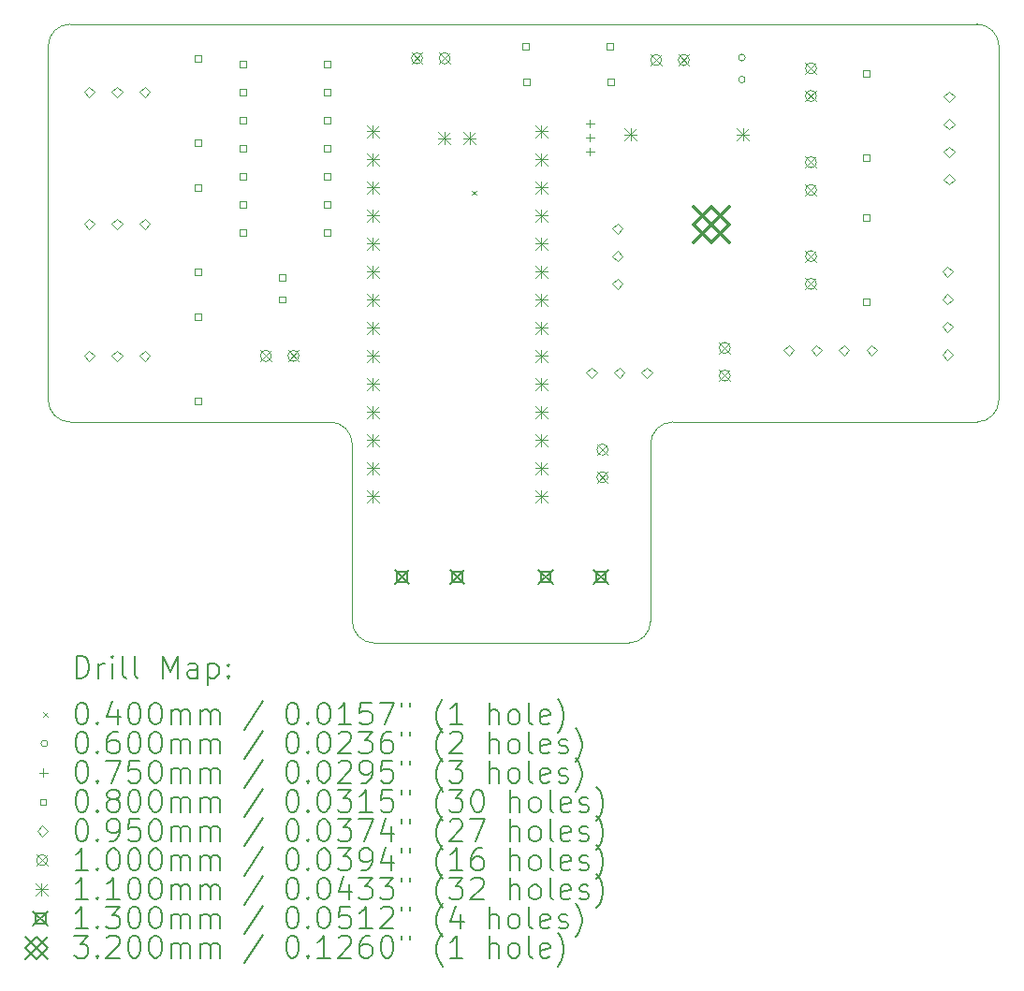
<source format=gbr>
%TF.GenerationSoftware,KiCad,Pcbnew,7.0.7*%
%TF.CreationDate,2023-12-09T14:50:05+00:00*%
%TF.ProjectId,Wand Board,57616e64-2042-46f6-9172-642e6b696361,rev?*%
%TF.SameCoordinates,Original*%
%TF.FileFunction,Drillmap*%
%TF.FilePolarity,Positive*%
%FSLAX45Y45*%
G04 Gerber Fmt 4.5, Leading zero omitted, Abs format (unit mm)*
G04 Created by KiCad (PCBNEW 7.0.7) date 2023-12-09 14:50:05*
%MOMM*%
%LPD*%
G01*
G04 APERTURE LIST*
%ADD10C,0.100000*%
%ADD11C,0.200000*%
%ADD12C,0.040000*%
%ADD13C,0.060000*%
%ADD14C,0.075000*%
%ADD15C,0.080000*%
%ADD16C,0.095000*%
%ADD17C,0.110000*%
%ADD18C,0.130000*%
%ADD19C,0.320000*%
G04 APERTURE END LIST*
D10*
X5550000Y-6650000D02*
X13750000Y-6650000D01*
X8100000Y-10450000D02*
G75*
G03*
X7900000Y-10250000I-200000J0D01*
G01*
X13950000Y-6850000D02*
X13950000Y-10050000D01*
X5350000Y-10050000D02*
G75*
G03*
X5550000Y-10250000I200000J0D01*
G01*
X5350000Y-10050000D02*
X5350000Y-6850000D01*
X13950000Y-6850000D02*
G75*
G03*
X13750000Y-6650000I-200000J0D01*
G01*
X8100000Y-12050000D02*
X8100000Y-10450000D01*
X10600000Y-12250000D02*
X8300000Y-12250000D01*
X11000000Y-10250000D02*
G75*
G03*
X10800000Y-10450000I0J-200000D01*
G01*
X13750000Y-10250000D02*
X11000000Y-10250000D01*
X13750000Y-10250000D02*
G75*
G03*
X13950000Y-10050000I0J200000D01*
G01*
X7900000Y-10250000D02*
X5550000Y-10250000D01*
X8100000Y-12050000D02*
G75*
G03*
X8300000Y-12250000I200000J0D01*
G01*
X5550000Y-6650000D02*
G75*
G03*
X5350000Y-6850000I0J-200000D01*
G01*
X10800000Y-10450000D02*
X10800000Y-12050000D01*
X10600000Y-12250000D02*
G75*
G03*
X10800000Y-12050000I0J200000D01*
G01*
D11*
D12*
X9180000Y-8155000D02*
X9220000Y-8195000D01*
X9220000Y-8155000D02*
X9180000Y-8195000D01*
D13*
X11655000Y-6952740D02*
G75*
G03*
X11655000Y-6952740I-30000J0D01*
G01*
X11655000Y-7152740D02*
G75*
G03*
X11655000Y-7152740I-30000J0D01*
G01*
D14*
X10250000Y-7512500D02*
X10250000Y-7587500D01*
X10212500Y-7550000D02*
X10287500Y-7550000D01*
X10250000Y-7639500D02*
X10250000Y-7714500D01*
X10212500Y-7677000D02*
X10287500Y-7677000D01*
X10250000Y-7766500D02*
X10250000Y-7841500D01*
X10212500Y-7804000D02*
X10287500Y-7804000D01*
D15*
X6733884Y-6987884D02*
X6733884Y-6931315D01*
X6677315Y-6931315D01*
X6677315Y-6987884D01*
X6733884Y-6987884D01*
X6733884Y-7749884D02*
X6733884Y-7693315D01*
X6677315Y-7693315D01*
X6677315Y-7749884D01*
X6733884Y-7749884D01*
X6733884Y-8156284D02*
X6733884Y-8099715D01*
X6677315Y-8099715D01*
X6677315Y-8156284D01*
X6733884Y-8156284D01*
X6733884Y-8918285D02*
X6733884Y-8861716D01*
X6677315Y-8861716D01*
X6677315Y-8918285D01*
X6733884Y-8918285D01*
X6733884Y-9324685D02*
X6733884Y-9268116D01*
X6677315Y-9268116D01*
X6677315Y-9324685D01*
X6733884Y-9324685D01*
X6733884Y-10086685D02*
X6733884Y-10030116D01*
X6677315Y-10030116D01*
X6677315Y-10086685D01*
X6733884Y-10086685D01*
X7140284Y-7038684D02*
X7140284Y-6982115D01*
X7083715Y-6982115D01*
X7083715Y-7038684D01*
X7140284Y-7038684D01*
X7140284Y-7292684D02*
X7140284Y-7236115D01*
X7083715Y-7236115D01*
X7083715Y-7292684D01*
X7140284Y-7292684D01*
X7140284Y-7546684D02*
X7140284Y-7490115D01*
X7083715Y-7490115D01*
X7083715Y-7546684D01*
X7140284Y-7546684D01*
X7140284Y-7800684D02*
X7140284Y-7744115D01*
X7083715Y-7744115D01*
X7083715Y-7800684D01*
X7140284Y-7800684D01*
X7140284Y-8054684D02*
X7140284Y-7998115D01*
X7083715Y-7998115D01*
X7083715Y-8054684D01*
X7140284Y-8054684D01*
X7140284Y-8308684D02*
X7140284Y-8252115D01*
X7083715Y-8252115D01*
X7083715Y-8308684D01*
X7140284Y-8308684D01*
X7140284Y-8562685D02*
X7140284Y-8506116D01*
X7083715Y-8506116D01*
X7083715Y-8562685D01*
X7140284Y-8562685D01*
X7495884Y-8969085D02*
X7495884Y-8912516D01*
X7439315Y-8912516D01*
X7439315Y-8969085D01*
X7495884Y-8969085D01*
X7495884Y-9169085D02*
X7495884Y-9112516D01*
X7439315Y-9112516D01*
X7439315Y-9169085D01*
X7495884Y-9169085D01*
X7902284Y-7038684D02*
X7902284Y-6982115D01*
X7845715Y-6982115D01*
X7845715Y-7038684D01*
X7902284Y-7038684D01*
X7902284Y-7292684D02*
X7902284Y-7236115D01*
X7845715Y-7236115D01*
X7845715Y-7292684D01*
X7902284Y-7292684D01*
X7902284Y-7546684D02*
X7902284Y-7490115D01*
X7845715Y-7490115D01*
X7845715Y-7546684D01*
X7902284Y-7546684D01*
X7902284Y-7800684D02*
X7902284Y-7744115D01*
X7845715Y-7744115D01*
X7845715Y-7800684D01*
X7902284Y-7800684D01*
X7902284Y-8054684D02*
X7902284Y-7998115D01*
X7845715Y-7998115D01*
X7845715Y-8054684D01*
X7902284Y-8054684D01*
X7902284Y-8308684D02*
X7902284Y-8252115D01*
X7845715Y-8252115D01*
X7845715Y-8308684D01*
X7902284Y-8308684D01*
X7902284Y-8562685D02*
X7902284Y-8506116D01*
X7845715Y-8506116D01*
X7845715Y-8562685D01*
X7902284Y-8562685D01*
X9697285Y-6878284D02*
X9697285Y-6821715D01*
X9640716Y-6821715D01*
X9640716Y-6878284D01*
X9697285Y-6878284D01*
X9703285Y-7203284D02*
X9703285Y-7146715D01*
X9646716Y-7146715D01*
X9646716Y-7203284D01*
X9703285Y-7203284D01*
X10459285Y-6878284D02*
X10459285Y-6821715D01*
X10402716Y-6821715D01*
X10402716Y-6878284D01*
X10459285Y-6878284D01*
X10465285Y-7203284D02*
X10465285Y-7146715D01*
X10408716Y-7146715D01*
X10408716Y-7203284D01*
X10465285Y-7203284D01*
X12778284Y-7122284D02*
X12778284Y-7065715D01*
X12721715Y-7065715D01*
X12721715Y-7122284D01*
X12778284Y-7122284D01*
X12778284Y-7884284D02*
X12778284Y-7827715D01*
X12721715Y-7827715D01*
X12721715Y-7884284D01*
X12778284Y-7884284D01*
X12778284Y-8428285D02*
X12778284Y-8371715D01*
X12721715Y-8371715D01*
X12721715Y-8428285D01*
X12778284Y-8428285D01*
X12778284Y-9190285D02*
X12778284Y-9133716D01*
X12721715Y-9133716D01*
X12721715Y-9190285D01*
X12778284Y-9190285D01*
D16*
X5723000Y-7311900D02*
X5770500Y-7264400D01*
X5723000Y-7216900D01*
X5675500Y-7264400D01*
X5723000Y-7311900D01*
X5723000Y-8505700D02*
X5770500Y-8458200D01*
X5723000Y-8410700D01*
X5675500Y-8458200D01*
X5723000Y-8505700D01*
X5723000Y-9697800D02*
X5770500Y-9650300D01*
X5723000Y-9602800D01*
X5675500Y-9650300D01*
X5723000Y-9697800D01*
X5973000Y-7311900D02*
X6020500Y-7264400D01*
X5973000Y-7216900D01*
X5925500Y-7264400D01*
X5973000Y-7311900D01*
X5973000Y-8505700D02*
X6020500Y-8458200D01*
X5973000Y-8410700D01*
X5925500Y-8458200D01*
X5973000Y-8505700D01*
X5973000Y-9697800D02*
X6020500Y-9650300D01*
X5973000Y-9602800D01*
X5925500Y-9650300D01*
X5973000Y-9697800D01*
X6223000Y-7311900D02*
X6270500Y-7264400D01*
X6223000Y-7216900D01*
X6175500Y-7264400D01*
X6223000Y-7311900D01*
X6223000Y-8505700D02*
X6270500Y-8458200D01*
X6223000Y-8410700D01*
X6175500Y-8458200D01*
X6223000Y-8505700D01*
X6223000Y-9697800D02*
X6270500Y-9650300D01*
X6223000Y-9602800D01*
X6175500Y-9650300D01*
X6223000Y-9697800D01*
X10265600Y-9851900D02*
X10313100Y-9804400D01*
X10265600Y-9756900D01*
X10218100Y-9804400D01*
X10265600Y-9851900D01*
X10500000Y-8547500D02*
X10547500Y-8500000D01*
X10500000Y-8452500D01*
X10452500Y-8500000D01*
X10500000Y-8547500D01*
X10500000Y-8797500D02*
X10547500Y-8750000D01*
X10500000Y-8702500D01*
X10452500Y-8750000D01*
X10500000Y-8797500D01*
X10500000Y-9047500D02*
X10547500Y-9000000D01*
X10500000Y-8952500D01*
X10452500Y-9000000D01*
X10500000Y-9047500D01*
X10515600Y-9851900D02*
X10563100Y-9804400D01*
X10515600Y-9756900D01*
X10468100Y-9804400D01*
X10515600Y-9851900D01*
X10765600Y-9851900D02*
X10813100Y-9804400D01*
X10765600Y-9756900D01*
X10718100Y-9804400D01*
X10765600Y-9851900D01*
X12050000Y-9647500D02*
X12097500Y-9600000D01*
X12050000Y-9552500D01*
X12002500Y-9600000D01*
X12050000Y-9647500D01*
X12300000Y-9647500D02*
X12347500Y-9600000D01*
X12300000Y-9552500D01*
X12252500Y-9600000D01*
X12300000Y-9647500D01*
X12550000Y-9647500D02*
X12597500Y-9600000D01*
X12550000Y-9552500D01*
X12502500Y-9600000D01*
X12550000Y-9647500D01*
X12800000Y-9647500D02*
X12847500Y-9600000D01*
X12800000Y-9552500D01*
X12752500Y-9600000D01*
X12800000Y-9647500D01*
X13485000Y-8937500D02*
X13532500Y-8890000D01*
X13485000Y-8842500D01*
X13437500Y-8890000D01*
X13485000Y-8937500D01*
X13485000Y-9187500D02*
X13532500Y-9140000D01*
X13485000Y-9092500D01*
X13437500Y-9140000D01*
X13485000Y-9187500D01*
X13485000Y-9437500D02*
X13532500Y-9390000D01*
X13485000Y-9342500D01*
X13437500Y-9390000D01*
X13485000Y-9437500D01*
X13485000Y-9687500D02*
X13532500Y-9640000D01*
X13485000Y-9592500D01*
X13437500Y-9640000D01*
X13485000Y-9687500D01*
X13500000Y-7352900D02*
X13547500Y-7305400D01*
X13500000Y-7257900D01*
X13452500Y-7305400D01*
X13500000Y-7352900D01*
X13500000Y-7602900D02*
X13547500Y-7555400D01*
X13500000Y-7507900D01*
X13452500Y-7555400D01*
X13500000Y-7602900D01*
X13500000Y-7852900D02*
X13547500Y-7805400D01*
X13500000Y-7757900D01*
X13452500Y-7805400D01*
X13500000Y-7852900D01*
X13500000Y-8102900D02*
X13547500Y-8055400D01*
X13500000Y-8007900D01*
X13452500Y-8055400D01*
X13500000Y-8102900D01*
D10*
X7269200Y-9602000D02*
X7369200Y-9702000D01*
X7369200Y-9602000D02*
X7269200Y-9702000D01*
X7369200Y-9652000D02*
G75*
G03*
X7369200Y-9652000I-50000J0D01*
G01*
X7519200Y-9602000D02*
X7619200Y-9702000D01*
X7619200Y-9602000D02*
X7519200Y-9702000D01*
X7619200Y-9652000D02*
G75*
G03*
X7619200Y-9652000I-50000J0D01*
G01*
X8636800Y-6909600D02*
X8736800Y-7009600D01*
X8736800Y-6909600D02*
X8636800Y-7009600D01*
X8736800Y-6959600D02*
G75*
G03*
X8736800Y-6959600I-50000J0D01*
G01*
X8886800Y-6909600D02*
X8986800Y-7009600D01*
X8986800Y-6909600D02*
X8886800Y-7009600D01*
X8986800Y-6959600D02*
G75*
G03*
X8986800Y-6959600I-50000J0D01*
G01*
X10313200Y-10450000D02*
X10413200Y-10550000D01*
X10413200Y-10450000D02*
X10313200Y-10550000D01*
X10413200Y-10500000D02*
G75*
G03*
X10413200Y-10500000I-50000J0D01*
G01*
X10313200Y-10700000D02*
X10413200Y-10800000D01*
X10413200Y-10700000D02*
X10313200Y-10800000D01*
X10413200Y-10750000D02*
G75*
G03*
X10413200Y-10750000I-50000J0D01*
G01*
X10800000Y-6925000D02*
X10900000Y-7025000D01*
X10900000Y-6925000D02*
X10800000Y-7025000D01*
X10900000Y-6975000D02*
G75*
G03*
X10900000Y-6975000I-50000J0D01*
G01*
X11050000Y-6925000D02*
X11150000Y-7025000D01*
X11150000Y-6925000D02*
X11050000Y-7025000D01*
X11150000Y-6975000D02*
G75*
G03*
X11150000Y-6975000I-50000J0D01*
G01*
X11420000Y-9530000D02*
X11520000Y-9630000D01*
X11520000Y-9530000D02*
X11420000Y-9630000D01*
X11520000Y-9580000D02*
G75*
G03*
X11520000Y-9580000I-50000J0D01*
G01*
X11420000Y-9780000D02*
X11520000Y-9880000D01*
X11520000Y-9780000D02*
X11420000Y-9880000D01*
X11520000Y-9830000D02*
G75*
G03*
X11520000Y-9830000I-50000J0D01*
G01*
X12200000Y-7000000D02*
X12300000Y-7100000D01*
X12300000Y-7000000D02*
X12200000Y-7100000D01*
X12300000Y-7050000D02*
G75*
G03*
X12300000Y-7050000I-50000J0D01*
G01*
X12200000Y-7250000D02*
X12300000Y-7350000D01*
X12300000Y-7250000D02*
X12200000Y-7350000D01*
X12300000Y-7300000D02*
G75*
G03*
X12300000Y-7300000I-50000J0D01*
G01*
X12200000Y-7850000D02*
X12300000Y-7950000D01*
X12300000Y-7850000D02*
X12200000Y-7950000D01*
X12300000Y-7900000D02*
G75*
G03*
X12300000Y-7900000I-50000J0D01*
G01*
X12200000Y-8100000D02*
X12300000Y-8200000D01*
X12300000Y-8100000D02*
X12200000Y-8200000D01*
X12300000Y-8150000D02*
G75*
G03*
X12300000Y-8150000I-50000J0D01*
G01*
X12200000Y-8700000D02*
X12300000Y-8800000D01*
X12300000Y-8700000D02*
X12200000Y-8800000D01*
X12300000Y-8750000D02*
G75*
G03*
X12300000Y-8750000I-50000J0D01*
G01*
X12200000Y-8950000D02*
X12300000Y-9050000D01*
X12300000Y-8950000D02*
X12200000Y-9050000D01*
X12300000Y-9000000D02*
G75*
G03*
X12300000Y-9000000I-50000J0D01*
G01*
D17*
X8233000Y-7563000D02*
X8343000Y-7673000D01*
X8343000Y-7563000D02*
X8233000Y-7673000D01*
X8288000Y-7563000D02*
X8288000Y-7673000D01*
X8233000Y-7618000D02*
X8343000Y-7618000D01*
X8233000Y-7817000D02*
X8343000Y-7927000D01*
X8343000Y-7817000D02*
X8233000Y-7927000D01*
X8288000Y-7817000D02*
X8288000Y-7927000D01*
X8233000Y-7872000D02*
X8343000Y-7872000D01*
X8233000Y-8071000D02*
X8343000Y-8181000D01*
X8343000Y-8071000D02*
X8233000Y-8181000D01*
X8288000Y-8071000D02*
X8288000Y-8181000D01*
X8233000Y-8126000D02*
X8343000Y-8126000D01*
X8233000Y-8325000D02*
X8343000Y-8435000D01*
X8343000Y-8325000D02*
X8233000Y-8435000D01*
X8288000Y-8325000D02*
X8288000Y-8435000D01*
X8233000Y-8380000D02*
X8343000Y-8380000D01*
X8233000Y-8579000D02*
X8343000Y-8689000D01*
X8343000Y-8579000D02*
X8233000Y-8689000D01*
X8288000Y-8579000D02*
X8288000Y-8689000D01*
X8233000Y-8634000D02*
X8343000Y-8634000D01*
X8233000Y-8833000D02*
X8343000Y-8943000D01*
X8343000Y-8833000D02*
X8233000Y-8943000D01*
X8288000Y-8833000D02*
X8288000Y-8943000D01*
X8233000Y-8888000D02*
X8343000Y-8888000D01*
X8233000Y-9087000D02*
X8343000Y-9197000D01*
X8343000Y-9087000D02*
X8233000Y-9197000D01*
X8288000Y-9087000D02*
X8288000Y-9197000D01*
X8233000Y-9142000D02*
X8343000Y-9142000D01*
X8233000Y-9341000D02*
X8343000Y-9451000D01*
X8343000Y-9341000D02*
X8233000Y-9451000D01*
X8288000Y-9341000D02*
X8288000Y-9451000D01*
X8233000Y-9396000D02*
X8343000Y-9396000D01*
X8233000Y-9595000D02*
X8343000Y-9705000D01*
X8343000Y-9595000D02*
X8233000Y-9705000D01*
X8288000Y-9595000D02*
X8288000Y-9705000D01*
X8233000Y-9650000D02*
X8343000Y-9650000D01*
X8233000Y-9849000D02*
X8343000Y-9959000D01*
X8343000Y-9849000D02*
X8233000Y-9959000D01*
X8288000Y-9849000D02*
X8288000Y-9959000D01*
X8233000Y-9904000D02*
X8343000Y-9904000D01*
X8233000Y-10103000D02*
X8343000Y-10213000D01*
X8343000Y-10103000D02*
X8233000Y-10213000D01*
X8288000Y-10103000D02*
X8288000Y-10213000D01*
X8233000Y-10158000D02*
X8343000Y-10158000D01*
X8233000Y-10357000D02*
X8343000Y-10467000D01*
X8343000Y-10357000D02*
X8233000Y-10467000D01*
X8288000Y-10357000D02*
X8288000Y-10467000D01*
X8233000Y-10412000D02*
X8343000Y-10412000D01*
X8233000Y-10611000D02*
X8343000Y-10721000D01*
X8343000Y-10611000D02*
X8233000Y-10721000D01*
X8288000Y-10611000D02*
X8288000Y-10721000D01*
X8233000Y-10666000D02*
X8343000Y-10666000D01*
X8233000Y-10865000D02*
X8343000Y-10975000D01*
X8343000Y-10865000D02*
X8233000Y-10975000D01*
X8288000Y-10865000D02*
X8288000Y-10975000D01*
X8233000Y-10920000D02*
X8343000Y-10920000D01*
X8880500Y-7627000D02*
X8990500Y-7737000D01*
X8990500Y-7627000D02*
X8880500Y-7737000D01*
X8935500Y-7627000D02*
X8935500Y-7737000D01*
X8880500Y-7682000D02*
X8990500Y-7682000D01*
X9109500Y-7627000D02*
X9219500Y-7737000D01*
X9219500Y-7627000D02*
X9109500Y-7737000D01*
X9164500Y-7627000D02*
X9164500Y-7737000D01*
X9109500Y-7682000D02*
X9219500Y-7682000D01*
X9757000Y-7563000D02*
X9867000Y-7673000D01*
X9867000Y-7563000D02*
X9757000Y-7673000D01*
X9812000Y-7563000D02*
X9812000Y-7673000D01*
X9757000Y-7618000D02*
X9867000Y-7618000D01*
X9757000Y-7817000D02*
X9867000Y-7927000D01*
X9867000Y-7817000D02*
X9757000Y-7927000D01*
X9812000Y-7817000D02*
X9812000Y-7927000D01*
X9757000Y-7872000D02*
X9867000Y-7872000D01*
X9757000Y-8071000D02*
X9867000Y-8181000D01*
X9867000Y-8071000D02*
X9757000Y-8181000D01*
X9812000Y-8071000D02*
X9812000Y-8181000D01*
X9757000Y-8126000D02*
X9867000Y-8126000D01*
X9757000Y-8325000D02*
X9867000Y-8435000D01*
X9867000Y-8325000D02*
X9757000Y-8435000D01*
X9812000Y-8325000D02*
X9812000Y-8435000D01*
X9757000Y-8380000D02*
X9867000Y-8380000D01*
X9757000Y-8579000D02*
X9867000Y-8689000D01*
X9867000Y-8579000D02*
X9757000Y-8689000D01*
X9812000Y-8579000D02*
X9812000Y-8689000D01*
X9757000Y-8634000D02*
X9867000Y-8634000D01*
X9757000Y-8833000D02*
X9867000Y-8943000D01*
X9867000Y-8833000D02*
X9757000Y-8943000D01*
X9812000Y-8833000D02*
X9812000Y-8943000D01*
X9757000Y-8888000D02*
X9867000Y-8888000D01*
X9757000Y-9087000D02*
X9867000Y-9197000D01*
X9867000Y-9087000D02*
X9757000Y-9197000D01*
X9812000Y-9087000D02*
X9812000Y-9197000D01*
X9757000Y-9142000D02*
X9867000Y-9142000D01*
X9757000Y-9341000D02*
X9867000Y-9451000D01*
X9867000Y-9341000D02*
X9757000Y-9451000D01*
X9812000Y-9341000D02*
X9812000Y-9451000D01*
X9757000Y-9396000D02*
X9867000Y-9396000D01*
X9757000Y-9595000D02*
X9867000Y-9705000D01*
X9867000Y-9595000D02*
X9757000Y-9705000D01*
X9812000Y-9595000D02*
X9812000Y-9705000D01*
X9757000Y-9650000D02*
X9867000Y-9650000D01*
X9757000Y-9849000D02*
X9867000Y-9959000D01*
X9867000Y-9849000D02*
X9757000Y-9959000D01*
X9812000Y-9849000D02*
X9812000Y-9959000D01*
X9757000Y-9904000D02*
X9867000Y-9904000D01*
X9757000Y-10103000D02*
X9867000Y-10213000D01*
X9867000Y-10103000D02*
X9757000Y-10213000D01*
X9812000Y-10103000D02*
X9812000Y-10213000D01*
X9757000Y-10158000D02*
X9867000Y-10158000D01*
X9757000Y-10357000D02*
X9867000Y-10467000D01*
X9867000Y-10357000D02*
X9757000Y-10467000D01*
X9812000Y-10357000D02*
X9812000Y-10467000D01*
X9757000Y-10412000D02*
X9867000Y-10412000D01*
X9757000Y-10611000D02*
X9867000Y-10721000D01*
X9867000Y-10611000D02*
X9757000Y-10721000D01*
X9812000Y-10611000D02*
X9812000Y-10721000D01*
X9757000Y-10666000D02*
X9867000Y-10666000D01*
X9757000Y-10865000D02*
X9867000Y-10975000D01*
X9867000Y-10865000D02*
X9757000Y-10975000D01*
X9812000Y-10865000D02*
X9812000Y-10975000D01*
X9757000Y-10920000D02*
X9867000Y-10920000D01*
X10562000Y-7595000D02*
X10672000Y-7705000D01*
X10672000Y-7595000D02*
X10562000Y-7705000D01*
X10617000Y-7595000D02*
X10617000Y-7705000D01*
X10562000Y-7650000D02*
X10672000Y-7650000D01*
X11578000Y-7595000D02*
X11688000Y-7705000D01*
X11688000Y-7595000D02*
X11578000Y-7705000D01*
X11633000Y-7595000D02*
X11633000Y-7705000D01*
X11578000Y-7650000D02*
X11688000Y-7650000D01*
D18*
X8485000Y-11585000D02*
X8615000Y-11715000D01*
X8615000Y-11585000D02*
X8485000Y-11715000D01*
X8595962Y-11695962D02*
X8595962Y-11604038D01*
X8504038Y-11604038D01*
X8504038Y-11695962D01*
X8595962Y-11695962D01*
X8985000Y-11585000D02*
X9115000Y-11715000D01*
X9115000Y-11585000D02*
X8985000Y-11715000D01*
X9095962Y-11695962D02*
X9095962Y-11604038D01*
X9004038Y-11604038D01*
X9004038Y-11695962D01*
X9095962Y-11695962D01*
X9785000Y-11585000D02*
X9915000Y-11715000D01*
X9915000Y-11585000D02*
X9785000Y-11715000D01*
X9895962Y-11695962D02*
X9895962Y-11604038D01*
X9804038Y-11604038D01*
X9804038Y-11695962D01*
X9895962Y-11695962D01*
X10285000Y-11585000D02*
X10415000Y-11715000D01*
X10415000Y-11585000D02*
X10285000Y-11715000D01*
X10395962Y-11695962D02*
X10395962Y-11604038D01*
X10304038Y-11604038D01*
X10304038Y-11695962D01*
X10395962Y-11695962D01*
D19*
X11190000Y-8302500D02*
X11510000Y-8622500D01*
X11510000Y-8302500D02*
X11190000Y-8622500D01*
X11350000Y-8622500D02*
X11510000Y-8462500D01*
X11350000Y-8302500D01*
X11190000Y-8462500D01*
X11350000Y-8622500D01*
D11*
X5605777Y-12566484D02*
X5605777Y-12366484D01*
X5605777Y-12366484D02*
X5653396Y-12366484D01*
X5653396Y-12366484D02*
X5681967Y-12376008D01*
X5681967Y-12376008D02*
X5701015Y-12395055D01*
X5701015Y-12395055D02*
X5710539Y-12414103D01*
X5710539Y-12414103D02*
X5720062Y-12452198D01*
X5720062Y-12452198D02*
X5720062Y-12480769D01*
X5720062Y-12480769D02*
X5710539Y-12518865D01*
X5710539Y-12518865D02*
X5701015Y-12537912D01*
X5701015Y-12537912D02*
X5681967Y-12556960D01*
X5681967Y-12556960D02*
X5653396Y-12566484D01*
X5653396Y-12566484D02*
X5605777Y-12566484D01*
X5805777Y-12566484D02*
X5805777Y-12433150D01*
X5805777Y-12471246D02*
X5815301Y-12452198D01*
X5815301Y-12452198D02*
X5824824Y-12442674D01*
X5824824Y-12442674D02*
X5843872Y-12433150D01*
X5843872Y-12433150D02*
X5862920Y-12433150D01*
X5929586Y-12566484D02*
X5929586Y-12433150D01*
X5929586Y-12366484D02*
X5920062Y-12376008D01*
X5920062Y-12376008D02*
X5929586Y-12385531D01*
X5929586Y-12385531D02*
X5939110Y-12376008D01*
X5939110Y-12376008D02*
X5929586Y-12366484D01*
X5929586Y-12366484D02*
X5929586Y-12385531D01*
X6053396Y-12566484D02*
X6034348Y-12556960D01*
X6034348Y-12556960D02*
X6024824Y-12537912D01*
X6024824Y-12537912D02*
X6024824Y-12366484D01*
X6158158Y-12566484D02*
X6139110Y-12556960D01*
X6139110Y-12556960D02*
X6129586Y-12537912D01*
X6129586Y-12537912D02*
X6129586Y-12366484D01*
X6386729Y-12566484D02*
X6386729Y-12366484D01*
X6386729Y-12366484D02*
X6453396Y-12509341D01*
X6453396Y-12509341D02*
X6520062Y-12366484D01*
X6520062Y-12366484D02*
X6520062Y-12566484D01*
X6701015Y-12566484D02*
X6701015Y-12461722D01*
X6701015Y-12461722D02*
X6691491Y-12442674D01*
X6691491Y-12442674D02*
X6672443Y-12433150D01*
X6672443Y-12433150D02*
X6634348Y-12433150D01*
X6634348Y-12433150D02*
X6615301Y-12442674D01*
X6701015Y-12556960D02*
X6681967Y-12566484D01*
X6681967Y-12566484D02*
X6634348Y-12566484D01*
X6634348Y-12566484D02*
X6615301Y-12556960D01*
X6615301Y-12556960D02*
X6605777Y-12537912D01*
X6605777Y-12537912D02*
X6605777Y-12518865D01*
X6605777Y-12518865D02*
X6615301Y-12499817D01*
X6615301Y-12499817D02*
X6634348Y-12490293D01*
X6634348Y-12490293D02*
X6681967Y-12490293D01*
X6681967Y-12490293D02*
X6701015Y-12480769D01*
X6796253Y-12433150D02*
X6796253Y-12633150D01*
X6796253Y-12442674D02*
X6815301Y-12433150D01*
X6815301Y-12433150D02*
X6853396Y-12433150D01*
X6853396Y-12433150D02*
X6872443Y-12442674D01*
X6872443Y-12442674D02*
X6881967Y-12452198D01*
X6881967Y-12452198D02*
X6891491Y-12471246D01*
X6891491Y-12471246D02*
X6891491Y-12528388D01*
X6891491Y-12528388D02*
X6881967Y-12547436D01*
X6881967Y-12547436D02*
X6872443Y-12556960D01*
X6872443Y-12556960D02*
X6853396Y-12566484D01*
X6853396Y-12566484D02*
X6815301Y-12566484D01*
X6815301Y-12566484D02*
X6796253Y-12556960D01*
X6977205Y-12547436D02*
X6986729Y-12556960D01*
X6986729Y-12556960D02*
X6977205Y-12566484D01*
X6977205Y-12566484D02*
X6967682Y-12556960D01*
X6967682Y-12556960D02*
X6977205Y-12547436D01*
X6977205Y-12547436D02*
X6977205Y-12566484D01*
X6977205Y-12442674D02*
X6986729Y-12452198D01*
X6986729Y-12452198D02*
X6977205Y-12461722D01*
X6977205Y-12461722D02*
X6967682Y-12452198D01*
X6967682Y-12452198D02*
X6977205Y-12442674D01*
X6977205Y-12442674D02*
X6977205Y-12461722D01*
D12*
X5305000Y-12875000D02*
X5345000Y-12915000D01*
X5345000Y-12875000D02*
X5305000Y-12915000D01*
D11*
X5643872Y-12786484D02*
X5662920Y-12786484D01*
X5662920Y-12786484D02*
X5681967Y-12796008D01*
X5681967Y-12796008D02*
X5691491Y-12805531D01*
X5691491Y-12805531D02*
X5701015Y-12824579D01*
X5701015Y-12824579D02*
X5710539Y-12862674D01*
X5710539Y-12862674D02*
X5710539Y-12910293D01*
X5710539Y-12910293D02*
X5701015Y-12948388D01*
X5701015Y-12948388D02*
X5691491Y-12967436D01*
X5691491Y-12967436D02*
X5681967Y-12976960D01*
X5681967Y-12976960D02*
X5662920Y-12986484D01*
X5662920Y-12986484D02*
X5643872Y-12986484D01*
X5643872Y-12986484D02*
X5624824Y-12976960D01*
X5624824Y-12976960D02*
X5615301Y-12967436D01*
X5615301Y-12967436D02*
X5605777Y-12948388D01*
X5605777Y-12948388D02*
X5596253Y-12910293D01*
X5596253Y-12910293D02*
X5596253Y-12862674D01*
X5596253Y-12862674D02*
X5605777Y-12824579D01*
X5605777Y-12824579D02*
X5615301Y-12805531D01*
X5615301Y-12805531D02*
X5624824Y-12796008D01*
X5624824Y-12796008D02*
X5643872Y-12786484D01*
X5796253Y-12967436D02*
X5805777Y-12976960D01*
X5805777Y-12976960D02*
X5796253Y-12986484D01*
X5796253Y-12986484D02*
X5786729Y-12976960D01*
X5786729Y-12976960D02*
X5796253Y-12967436D01*
X5796253Y-12967436D02*
X5796253Y-12986484D01*
X5977205Y-12853150D02*
X5977205Y-12986484D01*
X5929586Y-12776960D02*
X5881967Y-12919817D01*
X5881967Y-12919817D02*
X6005777Y-12919817D01*
X6120062Y-12786484D02*
X6139110Y-12786484D01*
X6139110Y-12786484D02*
X6158158Y-12796008D01*
X6158158Y-12796008D02*
X6167682Y-12805531D01*
X6167682Y-12805531D02*
X6177205Y-12824579D01*
X6177205Y-12824579D02*
X6186729Y-12862674D01*
X6186729Y-12862674D02*
X6186729Y-12910293D01*
X6186729Y-12910293D02*
X6177205Y-12948388D01*
X6177205Y-12948388D02*
X6167682Y-12967436D01*
X6167682Y-12967436D02*
X6158158Y-12976960D01*
X6158158Y-12976960D02*
X6139110Y-12986484D01*
X6139110Y-12986484D02*
X6120062Y-12986484D01*
X6120062Y-12986484D02*
X6101015Y-12976960D01*
X6101015Y-12976960D02*
X6091491Y-12967436D01*
X6091491Y-12967436D02*
X6081967Y-12948388D01*
X6081967Y-12948388D02*
X6072443Y-12910293D01*
X6072443Y-12910293D02*
X6072443Y-12862674D01*
X6072443Y-12862674D02*
X6081967Y-12824579D01*
X6081967Y-12824579D02*
X6091491Y-12805531D01*
X6091491Y-12805531D02*
X6101015Y-12796008D01*
X6101015Y-12796008D02*
X6120062Y-12786484D01*
X6310539Y-12786484D02*
X6329586Y-12786484D01*
X6329586Y-12786484D02*
X6348634Y-12796008D01*
X6348634Y-12796008D02*
X6358158Y-12805531D01*
X6358158Y-12805531D02*
X6367682Y-12824579D01*
X6367682Y-12824579D02*
X6377205Y-12862674D01*
X6377205Y-12862674D02*
X6377205Y-12910293D01*
X6377205Y-12910293D02*
X6367682Y-12948388D01*
X6367682Y-12948388D02*
X6358158Y-12967436D01*
X6358158Y-12967436D02*
X6348634Y-12976960D01*
X6348634Y-12976960D02*
X6329586Y-12986484D01*
X6329586Y-12986484D02*
X6310539Y-12986484D01*
X6310539Y-12986484D02*
X6291491Y-12976960D01*
X6291491Y-12976960D02*
X6281967Y-12967436D01*
X6281967Y-12967436D02*
X6272443Y-12948388D01*
X6272443Y-12948388D02*
X6262920Y-12910293D01*
X6262920Y-12910293D02*
X6262920Y-12862674D01*
X6262920Y-12862674D02*
X6272443Y-12824579D01*
X6272443Y-12824579D02*
X6281967Y-12805531D01*
X6281967Y-12805531D02*
X6291491Y-12796008D01*
X6291491Y-12796008D02*
X6310539Y-12786484D01*
X6462920Y-12986484D02*
X6462920Y-12853150D01*
X6462920Y-12872198D02*
X6472443Y-12862674D01*
X6472443Y-12862674D02*
X6491491Y-12853150D01*
X6491491Y-12853150D02*
X6520063Y-12853150D01*
X6520063Y-12853150D02*
X6539110Y-12862674D01*
X6539110Y-12862674D02*
X6548634Y-12881722D01*
X6548634Y-12881722D02*
X6548634Y-12986484D01*
X6548634Y-12881722D02*
X6558158Y-12862674D01*
X6558158Y-12862674D02*
X6577205Y-12853150D01*
X6577205Y-12853150D02*
X6605777Y-12853150D01*
X6605777Y-12853150D02*
X6624824Y-12862674D01*
X6624824Y-12862674D02*
X6634348Y-12881722D01*
X6634348Y-12881722D02*
X6634348Y-12986484D01*
X6729586Y-12986484D02*
X6729586Y-12853150D01*
X6729586Y-12872198D02*
X6739110Y-12862674D01*
X6739110Y-12862674D02*
X6758158Y-12853150D01*
X6758158Y-12853150D02*
X6786729Y-12853150D01*
X6786729Y-12853150D02*
X6805777Y-12862674D01*
X6805777Y-12862674D02*
X6815301Y-12881722D01*
X6815301Y-12881722D02*
X6815301Y-12986484D01*
X6815301Y-12881722D02*
X6824824Y-12862674D01*
X6824824Y-12862674D02*
X6843872Y-12853150D01*
X6843872Y-12853150D02*
X6872443Y-12853150D01*
X6872443Y-12853150D02*
X6891491Y-12862674D01*
X6891491Y-12862674D02*
X6901015Y-12881722D01*
X6901015Y-12881722D02*
X6901015Y-12986484D01*
X7291491Y-12776960D02*
X7120063Y-13034103D01*
X7548634Y-12786484D02*
X7567682Y-12786484D01*
X7567682Y-12786484D02*
X7586729Y-12796008D01*
X7586729Y-12796008D02*
X7596253Y-12805531D01*
X7596253Y-12805531D02*
X7605777Y-12824579D01*
X7605777Y-12824579D02*
X7615301Y-12862674D01*
X7615301Y-12862674D02*
X7615301Y-12910293D01*
X7615301Y-12910293D02*
X7605777Y-12948388D01*
X7605777Y-12948388D02*
X7596253Y-12967436D01*
X7596253Y-12967436D02*
X7586729Y-12976960D01*
X7586729Y-12976960D02*
X7567682Y-12986484D01*
X7567682Y-12986484D02*
X7548634Y-12986484D01*
X7548634Y-12986484D02*
X7529586Y-12976960D01*
X7529586Y-12976960D02*
X7520063Y-12967436D01*
X7520063Y-12967436D02*
X7510539Y-12948388D01*
X7510539Y-12948388D02*
X7501015Y-12910293D01*
X7501015Y-12910293D02*
X7501015Y-12862674D01*
X7501015Y-12862674D02*
X7510539Y-12824579D01*
X7510539Y-12824579D02*
X7520063Y-12805531D01*
X7520063Y-12805531D02*
X7529586Y-12796008D01*
X7529586Y-12796008D02*
X7548634Y-12786484D01*
X7701015Y-12967436D02*
X7710539Y-12976960D01*
X7710539Y-12976960D02*
X7701015Y-12986484D01*
X7701015Y-12986484D02*
X7691491Y-12976960D01*
X7691491Y-12976960D02*
X7701015Y-12967436D01*
X7701015Y-12967436D02*
X7701015Y-12986484D01*
X7834348Y-12786484D02*
X7853396Y-12786484D01*
X7853396Y-12786484D02*
X7872444Y-12796008D01*
X7872444Y-12796008D02*
X7881967Y-12805531D01*
X7881967Y-12805531D02*
X7891491Y-12824579D01*
X7891491Y-12824579D02*
X7901015Y-12862674D01*
X7901015Y-12862674D02*
X7901015Y-12910293D01*
X7901015Y-12910293D02*
X7891491Y-12948388D01*
X7891491Y-12948388D02*
X7881967Y-12967436D01*
X7881967Y-12967436D02*
X7872444Y-12976960D01*
X7872444Y-12976960D02*
X7853396Y-12986484D01*
X7853396Y-12986484D02*
X7834348Y-12986484D01*
X7834348Y-12986484D02*
X7815301Y-12976960D01*
X7815301Y-12976960D02*
X7805777Y-12967436D01*
X7805777Y-12967436D02*
X7796253Y-12948388D01*
X7796253Y-12948388D02*
X7786729Y-12910293D01*
X7786729Y-12910293D02*
X7786729Y-12862674D01*
X7786729Y-12862674D02*
X7796253Y-12824579D01*
X7796253Y-12824579D02*
X7805777Y-12805531D01*
X7805777Y-12805531D02*
X7815301Y-12796008D01*
X7815301Y-12796008D02*
X7834348Y-12786484D01*
X8091491Y-12986484D02*
X7977206Y-12986484D01*
X8034348Y-12986484D02*
X8034348Y-12786484D01*
X8034348Y-12786484D02*
X8015301Y-12815055D01*
X8015301Y-12815055D02*
X7996253Y-12834103D01*
X7996253Y-12834103D02*
X7977206Y-12843627D01*
X8272444Y-12786484D02*
X8177206Y-12786484D01*
X8177206Y-12786484D02*
X8167682Y-12881722D01*
X8167682Y-12881722D02*
X8177206Y-12872198D01*
X8177206Y-12872198D02*
X8196253Y-12862674D01*
X8196253Y-12862674D02*
X8243872Y-12862674D01*
X8243872Y-12862674D02*
X8262920Y-12872198D01*
X8262920Y-12872198D02*
X8272444Y-12881722D01*
X8272444Y-12881722D02*
X8281967Y-12900769D01*
X8281967Y-12900769D02*
X8281967Y-12948388D01*
X8281967Y-12948388D02*
X8272444Y-12967436D01*
X8272444Y-12967436D02*
X8262920Y-12976960D01*
X8262920Y-12976960D02*
X8243872Y-12986484D01*
X8243872Y-12986484D02*
X8196253Y-12986484D01*
X8196253Y-12986484D02*
X8177206Y-12976960D01*
X8177206Y-12976960D02*
X8167682Y-12967436D01*
X8348634Y-12786484D02*
X8481968Y-12786484D01*
X8481968Y-12786484D02*
X8396253Y-12986484D01*
X8548634Y-12786484D02*
X8548634Y-12824579D01*
X8624825Y-12786484D02*
X8624825Y-12824579D01*
X8920063Y-13062674D02*
X8910539Y-13053150D01*
X8910539Y-13053150D02*
X8891491Y-13024579D01*
X8891491Y-13024579D02*
X8881968Y-13005531D01*
X8881968Y-13005531D02*
X8872444Y-12976960D01*
X8872444Y-12976960D02*
X8862920Y-12929341D01*
X8862920Y-12929341D02*
X8862920Y-12891246D01*
X8862920Y-12891246D02*
X8872444Y-12843627D01*
X8872444Y-12843627D02*
X8881968Y-12815055D01*
X8881968Y-12815055D02*
X8891491Y-12796008D01*
X8891491Y-12796008D02*
X8910539Y-12767436D01*
X8910539Y-12767436D02*
X8920063Y-12757912D01*
X9101015Y-12986484D02*
X8986730Y-12986484D01*
X9043872Y-12986484D02*
X9043872Y-12786484D01*
X9043872Y-12786484D02*
X9024825Y-12815055D01*
X9024825Y-12815055D02*
X9005777Y-12834103D01*
X9005777Y-12834103D02*
X8986730Y-12843627D01*
X9339111Y-12986484D02*
X9339111Y-12786484D01*
X9424825Y-12986484D02*
X9424825Y-12881722D01*
X9424825Y-12881722D02*
X9415301Y-12862674D01*
X9415301Y-12862674D02*
X9396253Y-12853150D01*
X9396253Y-12853150D02*
X9367682Y-12853150D01*
X9367682Y-12853150D02*
X9348634Y-12862674D01*
X9348634Y-12862674D02*
X9339111Y-12872198D01*
X9548634Y-12986484D02*
X9529587Y-12976960D01*
X9529587Y-12976960D02*
X9520063Y-12967436D01*
X9520063Y-12967436D02*
X9510539Y-12948388D01*
X9510539Y-12948388D02*
X9510539Y-12891246D01*
X9510539Y-12891246D02*
X9520063Y-12872198D01*
X9520063Y-12872198D02*
X9529587Y-12862674D01*
X9529587Y-12862674D02*
X9548634Y-12853150D01*
X9548634Y-12853150D02*
X9577206Y-12853150D01*
X9577206Y-12853150D02*
X9596253Y-12862674D01*
X9596253Y-12862674D02*
X9605777Y-12872198D01*
X9605777Y-12872198D02*
X9615301Y-12891246D01*
X9615301Y-12891246D02*
X9615301Y-12948388D01*
X9615301Y-12948388D02*
X9605777Y-12967436D01*
X9605777Y-12967436D02*
X9596253Y-12976960D01*
X9596253Y-12976960D02*
X9577206Y-12986484D01*
X9577206Y-12986484D02*
X9548634Y-12986484D01*
X9729587Y-12986484D02*
X9710539Y-12976960D01*
X9710539Y-12976960D02*
X9701015Y-12957912D01*
X9701015Y-12957912D02*
X9701015Y-12786484D01*
X9881968Y-12976960D02*
X9862920Y-12986484D01*
X9862920Y-12986484D02*
X9824825Y-12986484D01*
X9824825Y-12986484D02*
X9805777Y-12976960D01*
X9805777Y-12976960D02*
X9796253Y-12957912D01*
X9796253Y-12957912D02*
X9796253Y-12881722D01*
X9796253Y-12881722D02*
X9805777Y-12862674D01*
X9805777Y-12862674D02*
X9824825Y-12853150D01*
X9824825Y-12853150D02*
X9862920Y-12853150D01*
X9862920Y-12853150D02*
X9881968Y-12862674D01*
X9881968Y-12862674D02*
X9891492Y-12881722D01*
X9891492Y-12881722D02*
X9891492Y-12900769D01*
X9891492Y-12900769D02*
X9796253Y-12919817D01*
X9958158Y-13062674D02*
X9967682Y-13053150D01*
X9967682Y-13053150D02*
X9986730Y-13024579D01*
X9986730Y-13024579D02*
X9996253Y-13005531D01*
X9996253Y-13005531D02*
X10005777Y-12976960D01*
X10005777Y-12976960D02*
X10015301Y-12929341D01*
X10015301Y-12929341D02*
X10015301Y-12891246D01*
X10015301Y-12891246D02*
X10005777Y-12843627D01*
X10005777Y-12843627D02*
X9996253Y-12815055D01*
X9996253Y-12815055D02*
X9986730Y-12796008D01*
X9986730Y-12796008D02*
X9967682Y-12767436D01*
X9967682Y-12767436D02*
X9958158Y-12757912D01*
D13*
X5345000Y-13159000D02*
G75*
G03*
X5345000Y-13159000I-30000J0D01*
G01*
D11*
X5643872Y-13050484D02*
X5662920Y-13050484D01*
X5662920Y-13050484D02*
X5681967Y-13060008D01*
X5681967Y-13060008D02*
X5691491Y-13069531D01*
X5691491Y-13069531D02*
X5701015Y-13088579D01*
X5701015Y-13088579D02*
X5710539Y-13126674D01*
X5710539Y-13126674D02*
X5710539Y-13174293D01*
X5710539Y-13174293D02*
X5701015Y-13212388D01*
X5701015Y-13212388D02*
X5691491Y-13231436D01*
X5691491Y-13231436D02*
X5681967Y-13240960D01*
X5681967Y-13240960D02*
X5662920Y-13250484D01*
X5662920Y-13250484D02*
X5643872Y-13250484D01*
X5643872Y-13250484D02*
X5624824Y-13240960D01*
X5624824Y-13240960D02*
X5615301Y-13231436D01*
X5615301Y-13231436D02*
X5605777Y-13212388D01*
X5605777Y-13212388D02*
X5596253Y-13174293D01*
X5596253Y-13174293D02*
X5596253Y-13126674D01*
X5596253Y-13126674D02*
X5605777Y-13088579D01*
X5605777Y-13088579D02*
X5615301Y-13069531D01*
X5615301Y-13069531D02*
X5624824Y-13060008D01*
X5624824Y-13060008D02*
X5643872Y-13050484D01*
X5796253Y-13231436D02*
X5805777Y-13240960D01*
X5805777Y-13240960D02*
X5796253Y-13250484D01*
X5796253Y-13250484D02*
X5786729Y-13240960D01*
X5786729Y-13240960D02*
X5796253Y-13231436D01*
X5796253Y-13231436D02*
X5796253Y-13250484D01*
X5977205Y-13050484D02*
X5939110Y-13050484D01*
X5939110Y-13050484D02*
X5920062Y-13060008D01*
X5920062Y-13060008D02*
X5910539Y-13069531D01*
X5910539Y-13069531D02*
X5891491Y-13098103D01*
X5891491Y-13098103D02*
X5881967Y-13136198D01*
X5881967Y-13136198D02*
X5881967Y-13212388D01*
X5881967Y-13212388D02*
X5891491Y-13231436D01*
X5891491Y-13231436D02*
X5901015Y-13240960D01*
X5901015Y-13240960D02*
X5920062Y-13250484D01*
X5920062Y-13250484D02*
X5958158Y-13250484D01*
X5958158Y-13250484D02*
X5977205Y-13240960D01*
X5977205Y-13240960D02*
X5986729Y-13231436D01*
X5986729Y-13231436D02*
X5996253Y-13212388D01*
X5996253Y-13212388D02*
X5996253Y-13164769D01*
X5996253Y-13164769D02*
X5986729Y-13145722D01*
X5986729Y-13145722D02*
X5977205Y-13136198D01*
X5977205Y-13136198D02*
X5958158Y-13126674D01*
X5958158Y-13126674D02*
X5920062Y-13126674D01*
X5920062Y-13126674D02*
X5901015Y-13136198D01*
X5901015Y-13136198D02*
X5891491Y-13145722D01*
X5891491Y-13145722D02*
X5881967Y-13164769D01*
X6120062Y-13050484D02*
X6139110Y-13050484D01*
X6139110Y-13050484D02*
X6158158Y-13060008D01*
X6158158Y-13060008D02*
X6167682Y-13069531D01*
X6167682Y-13069531D02*
X6177205Y-13088579D01*
X6177205Y-13088579D02*
X6186729Y-13126674D01*
X6186729Y-13126674D02*
X6186729Y-13174293D01*
X6186729Y-13174293D02*
X6177205Y-13212388D01*
X6177205Y-13212388D02*
X6167682Y-13231436D01*
X6167682Y-13231436D02*
X6158158Y-13240960D01*
X6158158Y-13240960D02*
X6139110Y-13250484D01*
X6139110Y-13250484D02*
X6120062Y-13250484D01*
X6120062Y-13250484D02*
X6101015Y-13240960D01*
X6101015Y-13240960D02*
X6091491Y-13231436D01*
X6091491Y-13231436D02*
X6081967Y-13212388D01*
X6081967Y-13212388D02*
X6072443Y-13174293D01*
X6072443Y-13174293D02*
X6072443Y-13126674D01*
X6072443Y-13126674D02*
X6081967Y-13088579D01*
X6081967Y-13088579D02*
X6091491Y-13069531D01*
X6091491Y-13069531D02*
X6101015Y-13060008D01*
X6101015Y-13060008D02*
X6120062Y-13050484D01*
X6310539Y-13050484D02*
X6329586Y-13050484D01*
X6329586Y-13050484D02*
X6348634Y-13060008D01*
X6348634Y-13060008D02*
X6358158Y-13069531D01*
X6358158Y-13069531D02*
X6367682Y-13088579D01*
X6367682Y-13088579D02*
X6377205Y-13126674D01*
X6377205Y-13126674D02*
X6377205Y-13174293D01*
X6377205Y-13174293D02*
X6367682Y-13212388D01*
X6367682Y-13212388D02*
X6358158Y-13231436D01*
X6358158Y-13231436D02*
X6348634Y-13240960D01*
X6348634Y-13240960D02*
X6329586Y-13250484D01*
X6329586Y-13250484D02*
X6310539Y-13250484D01*
X6310539Y-13250484D02*
X6291491Y-13240960D01*
X6291491Y-13240960D02*
X6281967Y-13231436D01*
X6281967Y-13231436D02*
X6272443Y-13212388D01*
X6272443Y-13212388D02*
X6262920Y-13174293D01*
X6262920Y-13174293D02*
X6262920Y-13126674D01*
X6262920Y-13126674D02*
X6272443Y-13088579D01*
X6272443Y-13088579D02*
X6281967Y-13069531D01*
X6281967Y-13069531D02*
X6291491Y-13060008D01*
X6291491Y-13060008D02*
X6310539Y-13050484D01*
X6462920Y-13250484D02*
X6462920Y-13117150D01*
X6462920Y-13136198D02*
X6472443Y-13126674D01*
X6472443Y-13126674D02*
X6491491Y-13117150D01*
X6491491Y-13117150D02*
X6520063Y-13117150D01*
X6520063Y-13117150D02*
X6539110Y-13126674D01*
X6539110Y-13126674D02*
X6548634Y-13145722D01*
X6548634Y-13145722D02*
X6548634Y-13250484D01*
X6548634Y-13145722D02*
X6558158Y-13126674D01*
X6558158Y-13126674D02*
X6577205Y-13117150D01*
X6577205Y-13117150D02*
X6605777Y-13117150D01*
X6605777Y-13117150D02*
X6624824Y-13126674D01*
X6624824Y-13126674D02*
X6634348Y-13145722D01*
X6634348Y-13145722D02*
X6634348Y-13250484D01*
X6729586Y-13250484D02*
X6729586Y-13117150D01*
X6729586Y-13136198D02*
X6739110Y-13126674D01*
X6739110Y-13126674D02*
X6758158Y-13117150D01*
X6758158Y-13117150D02*
X6786729Y-13117150D01*
X6786729Y-13117150D02*
X6805777Y-13126674D01*
X6805777Y-13126674D02*
X6815301Y-13145722D01*
X6815301Y-13145722D02*
X6815301Y-13250484D01*
X6815301Y-13145722D02*
X6824824Y-13126674D01*
X6824824Y-13126674D02*
X6843872Y-13117150D01*
X6843872Y-13117150D02*
X6872443Y-13117150D01*
X6872443Y-13117150D02*
X6891491Y-13126674D01*
X6891491Y-13126674D02*
X6901015Y-13145722D01*
X6901015Y-13145722D02*
X6901015Y-13250484D01*
X7291491Y-13040960D02*
X7120063Y-13298103D01*
X7548634Y-13050484D02*
X7567682Y-13050484D01*
X7567682Y-13050484D02*
X7586729Y-13060008D01*
X7586729Y-13060008D02*
X7596253Y-13069531D01*
X7596253Y-13069531D02*
X7605777Y-13088579D01*
X7605777Y-13088579D02*
X7615301Y-13126674D01*
X7615301Y-13126674D02*
X7615301Y-13174293D01*
X7615301Y-13174293D02*
X7605777Y-13212388D01*
X7605777Y-13212388D02*
X7596253Y-13231436D01*
X7596253Y-13231436D02*
X7586729Y-13240960D01*
X7586729Y-13240960D02*
X7567682Y-13250484D01*
X7567682Y-13250484D02*
X7548634Y-13250484D01*
X7548634Y-13250484D02*
X7529586Y-13240960D01*
X7529586Y-13240960D02*
X7520063Y-13231436D01*
X7520063Y-13231436D02*
X7510539Y-13212388D01*
X7510539Y-13212388D02*
X7501015Y-13174293D01*
X7501015Y-13174293D02*
X7501015Y-13126674D01*
X7501015Y-13126674D02*
X7510539Y-13088579D01*
X7510539Y-13088579D02*
X7520063Y-13069531D01*
X7520063Y-13069531D02*
X7529586Y-13060008D01*
X7529586Y-13060008D02*
X7548634Y-13050484D01*
X7701015Y-13231436D02*
X7710539Y-13240960D01*
X7710539Y-13240960D02*
X7701015Y-13250484D01*
X7701015Y-13250484D02*
X7691491Y-13240960D01*
X7691491Y-13240960D02*
X7701015Y-13231436D01*
X7701015Y-13231436D02*
X7701015Y-13250484D01*
X7834348Y-13050484D02*
X7853396Y-13050484D01*
X7853396Y-13050484D02*
X7872444Y-13060008D01*
X7872444Y-13060008D02*
X7881967Y-13069531D01*
X7881967Y-13069531D02*
X7891491Y-13088579D01*
X7891491Y-13088579D02*
X7901015Y-13126674D01*
X7901015Y-13126674D02*
X7901015Y-13174293D01*
X7901015Y-13174293D02*
X7891491Y-13212388D01*
X7891491Y-13212388D02*
X7881967Y-13231436D01*
X7881967Y-13231436D02*
X7872444Y-13240960D01*
X7872444Y-13240960D02*
X7853396Y-13250484D01*
X7853396Y-13250484D02*
X7834348Y-13250484D01*
X7834348Y-13250484D02*
X7815301Y-13240960D01*
X7815301Y-13240960D02*
X7805777Y-13231436D01*
X7805777Y-13231436D02*
X7796253Y-13212388D01*
X7796253Y-13212388D02*
X7786729Y-13174293D01*
X7786729Y-13174293D02*
X7786729Y-13126674D01*
X7786729Y-13126674D02*
X7796253Y-13088579D01*
X7796253Y-13088579D02*
X7805777Y-13069531D01*
X7805777Y-13069531D02*
X7815301Y-13060008D01*
X7815301Y-13060008D02*
X7834348Y-13050484D01*
X7977206Y-13069531D02*
X7986729Y-13060008D01*
X7986729Y-13060008D02*
X8005777Y-13050484D01*
X8005777Y-13050484D02*
X8053396Y-13050484D01*
X8053396Y-13050484D02*
X8072444Y-13060008D01*
X8072444Y-13060008D02*
X8081967Y-13069531D01*
X8081967Y-13069531D02*
X8091491Y-13088579D01*
X8091491Y-13088579D02*
X8091491Y-13107627D01*
X8091491Y-13107627D02*
X8081967Y-13136198D01*
X8081967Y-13136198D02*
X7967682Y-13250484D01*
X7967682Y-13250484D02*
X8091491Y-13250484D01*
X8158158Y-13050484D02*
X8281967Y-13050484D01*
X8281967Y-13050484D02*
X8215301Y-13126674D01*
X8215301Y-13126674D02*
X8243872Y-13126674D01*
X8243872Y-13126674D02*
X8262920Y-13136198D01*
X8262920Y-13136198D02*
X8272444Y-13145722D01*
X8272444Y-13145722D02*
X8281967Y-13164769D01*
X8281967Y-13164769D02*
X8281967Y-13212388D01*
X8281967Y-13212388D02*
X8272444Y-13231436D01*
X8272444Y-13231436D02*
X8262920Y-13240960D01*
X8262920Y-13240960D02*
X8243872Y-13250484D01*
X8243872Y-13250484D02*
X8186729Y-13250484D01*
X8186729Y-13250484D02*
X8167682Y-13240960D01*
X8167682Y-13240960D02*
X8158158Y-13231436D01*
X8453396Y-13050484D02*
X8415301Y-13050484D01*
X8415301Y-13050484D02*
X8396253Y-13060008D01*
X8396253Y-13060008D02*
X8386729Y-13069531D01*
X8386729Y-13069531D02*
X8367682Y-13098103D01*
X8367682Y-13098103D02*
X8358158Y-13136198D01*
X8358158Y-13136198D02*
X8358158Y-13212388D01*
X8358158Y-13212388D02*
X8367682Y-13231436D01*
X8367682Y-13231436D02*
X8377206Y-13240960D01*
X8377206Y-13240960D02*
X8396253Y-13250484D01*
X8396253Y-13250484D02*
X8434349Y-13250484D01*
X8434349Y-13250484D02*
X8453396Y-13240960D01*
X8453396Y-13240960D02*
X8462920Y-13231436D01*
X8462920Y-13231436D02*
X8472444Y-13212388D01*
X8472444Y-13212388D02*
X8472444Y-13164769D01*
X8472444Y-13164769D02*
X8462920Y-13145722D01*
X8462920Y-13145722D02*
X8453396Y-13136198D01*
X8453396Y-13136198D02*
X8434349Y-13126674D01*
X8434349Y-13126674D02*
X8396253Y-13126674D01*
X8396253Y-13126674D02*
X8377206Y-13136198D01*
X8377206Y-13136198D02*
X8367682Y-13145722D01*
X8367682Y-13145722D02*
X8358158Y-13164769D01*
X8548634Y-13050484D02*
X8548634Y-13088579D01*
X8624825Y-13050484D02*
X8624825Y-13088579D01*
X8920063Y-13326674D02*
X8910539Y-13317150D01*
X8910539Y-13317150D02*
X8891491Y-13288579D01*
X8891491Y-13288579D02*
X8881968Y-13269531D01*
X8881968Y-13269531D02*
X8872444Y-13240960D01*
X8872444Y-13240960D02*
X8862920Y-13193341D01*
X8862920Y-13193341D02*
X8862920Y-13155246D01*
X8862920Y-13155246D02*
X8872444Y-13107627D01*
X8872444Y-13107627D02*
X8881968Y-13079055D01*
X8881968Y-13079055D02*
X8891491Y-13060008D01*
X8891491Y-13060008D02*
X8910539Y-13031436D01*
X8910539Y-13031436D02*
X8920063Y-13021912D01*
X8986730Y-13069531D02*
X8996253Y-13060008D01*
X8996253Y-13060008D02*
X9015301Y-13050484D01*
X9015301Y-13050484D02*
X9062920Y-13050484D01*
X9062920Y-13050484D02*
X9081968Y-13060008D01*
X9081968Y-13060008D02*
X9091491Y-13069531D01*
X9091491Y-13069531D02*
X9101015Y-13088579D01*
X9101015Y-13088579D02*
X9101015Y-13107627D01*
X9101015Y-13107627D02*
X9091491Y-13136198D01*
X9091491Y-13136198D02*
X8977206Y-13250484D01*
X8977206Y-13250484D02*
X9101015Y-13250484D01*
X9339111Y-13250484D02*
X9339111Y-13050484D01*
X9424825Y-13250484D02*
X9424825Y-13145722D01*
X9424825Y-13145722D02*
X9415301Y-13126674D01*
X9415301Y-13126674D02*
X9396253Y-13117150D01*
X9396253Y-13117150D02*
X9367682Y-13117150D01*
X9367682Y-13117150D02*
X9348634Y-13126674D01*
X9348634Y-13126674D02*
X9339111Y-13136198D01*
X9548634Y-13250484D02*
X9529587Y-13240960D01*
X9529587Y-13240960D02*
X9520063Y-13231436D01*
X9520063Y-13231436D02*
X9510539Y-13212388D01*
X9510539Y-13212388D02*
X9510539Y-13155246D01*
X9510539Y-13155246D02*
X9520063Y-13136198D01*
X9520063Y-13136198D02*
X9529587Y-13126674D01*
X9529587Y-13126674D02*
X9548634Y-13117150D01*
X9548634Y-13117150D02*
X9577206Y-13117150D01*
X9577206Y-13117150D02*
X9596253Y-13126674D01*
X9596253Y-13126674D02*
X9605777Y-13136198D01*
X9605777Y-13136198D02*
X9615301Y-13155246D01*
X9615301Y-13155246D02*
X9615301Y-13212388D01*
X9615301Y-13212388D02*
X9605777Y-13231436D01*
X9605777Y-13231436D02*
X9596253Y-13240960D01*
X9596253Y-13240960D02*
X9577206Y-13250484D01*
X9577206Y-13250484D02*
X9548634Y-13250484D01*
X9729587Y-13250484D02*
X9710539Y-13240960D01*
X9710539Y-13240960D02*
X9701015Y-13221912D01*
X9701015Y-13221912D02*
X9701015Y-13050484D01*
X9881968Y-13240960D02*
X9862920Y-13250484D01*
X9862920Y-13250484D02*
X9824825Y-13250484D01*
X9824825Y-13250484D02*
X9805777Y-13240960D01*
X9805777Y-13240960D02*
X9796253Y-13221912D01*
X9796253Y-13221912D02*
X9796253Y-13145722D01*
X9796253Y-13145722D02*
X9805777Y-13126674D01*
X9805777Y-13126674D02*
X9824825Y-13117150D01*
X9824825Y-13117150D02*
X9862920Y-13117150D01*
X9862920Y-13117150D02*
X9881968Y-13126674D01*
X9881968Y-13126674D02*
X9891492Y-13145722D01*
X9891492Y-13145722D02*
X9891492Y-13164769D01*
X9891492Y-13164769D02*
X9796253Y-13183817D01*
X9967682Y-13240960D02*
X9986730Y-13250484D01*
X9986730Y-13250484D02*
X10024825Y-13250484D01*
X10024825Y-13250484D02*
X10043873Y-13240960D01*
X10043873Y-13240960D02*
X10053396Y-13221912D01*
X10053396Y-13221912D02*
X10053396Y-13212388D01*
X10053396Y-13212388D02*
X10043873Y-13193341D01*
X10043873Y-13193341D02*
X10024825Y-13183817D01*
X10024825Y-13183817D02*
X9996253Y-13183817D01*
X9996253Y-13183817D02*
X9977206Y-13174293D01*
X9977206Y-13174293D02*
X9967682Y-13155246D01*
X9967682Y-13155246D02*
X9967682Y-13145722D01*
X9967682Y-13145722D02*
X9977206Y-13126674D01*
X9977206Y-13126674D02*
X9996253Y-13117150D01*
X9996253Y-13117150D02*
X10024825Y-13117150D01*
X10024825Y-13117150D02*
X10043873Y-13126674D01*
X10120063Y-13326674D02*
X10129587Y-13317150D01*
X10129587Y-13317150D02*
X10148634Y-13288579D01*
X10148634Y-13288579D02*
X10158158Y-13269531D01*
X10158158Y-13269531D02*
X10167682Y-13240960D01*
X10167682Y-13240960D02*
X10177206Y-13193341D01*
X10177206Y-13193341D02*
X10177206Y-13155246D01*
X10177206Y-13155246D02*
X10167682Y-13107627D01*
X10167682Y-13107627D02*
X10158158Y-13079055D01*
X10158158Y-13079055D02*
X10148634Y-13060008D01*
X10148634Y-13060008D02*
X10129587Y-13031436D01*
X10129587Y-13031436D02*
X10120063Y-13021912D01*
D14*
X5307500Y-13385500D02*
X5307500Y-13460500D01*
X5270000Y-13423000D02*
X5345000Y-13423000D01*
D11*
X5643872Y-13314484D02*
X5662920Y-13314484D01*
X5662920Y-13314484D02*
X5681967Y-13324008D01*
X5681967Y-13324008D02*
X5691491Y-13333531D01*
X5691491Y-13333531D02*
X5701015Y-13352579D01*
X5701015Y-13352579D02*
X5710539Y-13390674D01*
X5710539Y-13390674D02*
X5710539Y-13438293D01*
X5710539Y-13438293D02*
X5701015Y-13476388D01*
X5701015Y-13476388D02*
X5691491Y-13495436D01*
X5691491Y-13495436D02*
X5681967Y-13504960D01*
X5681967Y-13504960D02*
X5662920Y-13514484D01*
X5662920Y-13514484D02*
X5643872Y-13514484D01*
X5643872Y-13514484D02*
X5624824Y-13504960D01*
X5624824Y-13504960D02*
X5615301Y-13495436D01*
X5615301Y-13495436D02*
X5605777Y-13476388D01*
X5605777Y-13476388D02*
X5596253Y-13438293D01*
X5596253Y-13438293D02*
X5596253Y-13390674D01*
X5596253Y-13390674D02*
X5605777Y-13352579D01*
X5605777Y-13352579D02*
X5615301Y-13333531D01*
X5615301Y-13333531D02*
X5624824Y-13324008D01*
X5624824Y-13324008D02*
X5643872Y-13314484D01*
X5796253Y-13495436D02*
X5805777Y-13504960D01*
X5805777Y-13504960D02*
X5796253Y-13514484D01*
X5796253Y-13514484D02*
X5786729Y-13504960D01*
X5786729Y-13504960D02*
X5796253Y-13495436D01*
X5796253Y-13495436D02*
X5796253Y-13514484D01*
X5872443Y-13314484D02*
X6005777Y-13314484D01*
X6005777Y-13314484D02*
X5920062Y-13514484D01*
X6177205Y-13314484D02*
X6081967Y-13314484D01*
X6081967Y-13314484D02*
X6072443Y-13409722D01*
X6072443Y-13409722D02*
X6081967Y-13400198D01*
X6081967Y-13400198D02*
X6101015Y-13390674D01*
X6101015Y-13390674D02*
X6148634Y-13390674D01*
X6148634Y-13390674D02*
X6167682Y-13400198D01*
X6167682Y-13400198D02*
X6177205Y-13409722D01*
X6177205Y-13409722D02*
X6186729Y-13428769D01*
X6186729Y-13428769D02*
X6186729Y-13476388D01*
X6186729Y-13476388D02*
X6177205Y-13495436D01*
X6177205Y-13495436D02*
X6167682Y-13504960D01*
X6167682Y-13504960D02*
X6148634Y-13514484D01*
X6148634Y-13514484D02*
X6101015Y-13514484D01*
X6101015Y-13514484D02*
X6081967Y-13504960D01*
X6081967Y-13504960D02*
X6072443Y-13495436D01*
X6310539Y-13314484D02*
X6329586Y-13314484D01*
X6329586Y-13314484D02*
X6348634Y-13324008D01*
X6348634Y-13324008D02*
X6358158Y-13333531D01*
X6358158Y-13333531D02*
X6367682Y-13352579D01*
X6367682Y-13352579D02*
X6377205Y-13390674D01*
X6377205Y-13390674D02*
X6377205Y-13438293D01*
X6377205Y-13438293D02*
X6367682Y-13476388D01*
X6367682Y-13476388D02*
X6358158Y-13495436D01*
X6358158Y-13495436D02*
X6348634Y-13504960D01*
X6348634Y-13504960D02*
X6329586Y-13514484D01*
X6329586Y-13514484D02*
X6310539Y-13514484D01*
X6310539Y-13514484D02*
X6291491Y-13504960D01*
X6291491Y-13504960D02*
X6281967Y-13495436D01*
X6281967Y-13495436D02*
X6272443Y-13476388D01*
X6272443Y-13476388D02*
X6262920Y-13438293D01*
X6262920Y-13438293D02*
X6262920Y-13390674D01*
X6262920Y-13390674D02*
X6272443Y-13352579D01*
X6272443Y-13352579D02*
X6281967Y-13333531D01*
X6281967Y-13333531D02*
X6291491Y-13324008D01*
X6291491Y-13324008D02*
X6310539Y-13314484D01*
X6462920Y-13514484D02*
X6462920Y-13381150D01*
X6462920Y-13400198D02*
X6472443Y-13390674D01*
X6472443Y-13390674D02*
X6491491Y-13381150D01*
X6491491Y-13381150D02*
X6520063Y-13381150D01*
X6520063Y-13381150D02*
X6539110Y-13390674D01*
X6539110Y-13390674D02*
X6548634Y-13409722D01*
X6548634Y-13409722D02*
X6548634Y-13514484D01*
X6548634Y-13409722D02*
X6558158Y-13390674D01*
X6558158Y-13390674D02*
X6577205Y-13381150D01*
X6577205Y-13381150D02*
X6605777Y-13381150D01*
X6605777Y-13381150D02*
X6624824Y-13390674D01*
X6624824Y-13390674D02*
X6634348Y-13409722D01*
X6634348Y-13409722D02*
X6634348Y-13514484D01*
X6729586Y-13514484D02*
X6729586Y-13381150D01*
X6729586Y-13400198D02*
X6739110Y-13390674D01*
X6739110Y-13390674D02*
X6758158Y-13381150D01*
X6758158Y-13381150D02*
X6786729Y-13381150D01*
X6786729Y-13381150D02*
X6805777Y-13390674D01*
X6805777Y-13390674D02*
X6815301Y-13409722D01*
X6815301Y-13409722D02*
X6815301Y-13514484D01*
X6815301Y-13409722D02*
X6824824Y-13390674D01*
X6824824Y-13390674D02*
X6843872Y-13381150D01*
X6843872Y-13381150D02*
X6872443Y-13381150D01*
X6872443Y-13381150D02*
X6891491Y-13390674D01*
X6891491Y-13390674D02*
X6901015Y-13409722D01*
X6901015Y-13409722D02*
X6901015Y-13514484D01*
X7291491Y-13304960D02*
X7120063Y-13562103D01*
X7548634Y-13314484D02*
X7567682Y-13314484D01*
X7567682Y-13314484D02*
X7586729Y-13324008D01*
X7586729Y-13324008D02*
X7596253Y-13333531D01*
X7596253Y-13333531D02*
X7605777Y-13352579D01*
X7605777Y-13352579D02*
X7615301Y-13390674D01*
X7615301Y-13390674D02*
X7615301Y-13438293D01*
X7615301Y-13438293D02*
X7605777Y-13476388D01*
X7605777Y-13476388D02*
X7596253Y-13495436D01*
X7596253Y-13495436D02*
X7586729Y-13504960D01*
X7586729Y-13504960D02*
X7567682Y-13514484D01*
X7567682Y-13514484D02*
X7548634Y-13514484D01*
X7548634Y-13514484D02*
X7529586Y-13504960D01*
X7529586Y-13504960D02*
X7520063Y-13495436D01*
X7520063Y-13495436D02*
X7510539Y-13476388D01*
X7510539Y-13476388D02*
X7501015Y-13438293D01*
X7501015Y-13438293D02*
X7501015Y-13390674D01*
X7501015Y-13390674D02*
X7510539Y-13352579D01*
X7510539Y-13352579D02*
X7520063Y-13333531D01*
X7520063Y-13333531D02*
X7529586Y-13324008D01*
X7529586Y-13324008D02*
X7548634Y-13314484D01*
X7701015Y-13495436D02*
X7710539Y-13504960D01*
X7710539Y-13504960D02*
X7701015Y-13514484D01*
X7701015Y-13514484D02*
X7691491Y-13504960D01*
X7691491Y-13504960D02*
X7701015Y-13495436D01*
X7701015Y-13495436D02*
X7701015Y-13514484D01*
X7834348Y-13314484D02*
X7853396Y-13314484D01*
X7853396Y-13314484D02*
X7872444Y-13324008D01*
X7872444Y-13324008D02*
X7881967Y-13333531D01*
X7881967Y-13333531D02*
X7891491Y-13352579D01*
X7891491Y-13352579D02*
X7901015Y-13390674D01*
X7901015Y-13390674D02*
X7901015Y-13438293D01*
X7901015Y-13438293D02*
X7891491Y-13476388D01*
X7891491Y-13476388D02*
X7881967Y-13495436D01*
X7881967Y-13495436D02*
X7872444Y-13504960D01*
X7872444Y-13504960D02*
X7853396Y-13514484D01*
X7853396Y-13514484D02*
X7834348Y-13514484D01*
X7834348Y-13514484D02*
X7815301Y-13504960D01*
X7815301Y-13504960D02*
X7805777Y-13495436D01*
X7805777Y-13495436D02*
X7796253Y-13476388D01*
X7796253Y-13476388D02*
X7786729Y-13438293D01*
X7786729Y-13438293D02*
X7786729Y-13390674D01*
X7786729Y-13390674D02*
X7796253Y-13352579D01*
X7796253Y-13352579D02*
X7805777Y-13333531D01*
X7805777Y-13333531D02*
X7815301Y-13324008D01*
X7815301Y-13324008D02*
X7834348Y-13314484D01*
X7977206Y-13333531D02*
X7986729Y-13324008D01*
X7986729Y-13324008D02*
X8005777Y-13314484D01*
X8005777Y-13314484D02*
X8053396Y-13314484D01*
X8053396Y-13314484D02*
X8072444Y-13324008D01*
X8072444Y-13324008D02*
X8081967Y-13333531D01*
X8081967Y-13333531D02*
X8091491Y-13352579D01*
X8091491Y-13352579D02*
X8091491Y-13371627D01*
X8091491Y-13371627D02*
X8081967Y-13400198D01*
X8081967Y-13400198D02*
X7967682Y-13514484D01*
X7967682Y-13514484D02*
X8091491Y-13514484D01*
X8186729Y-13514484D02*
X8224825Y-13514484D01*
X8224825Y-13514484D02*
X8243872Y-13504960D01*
X8243872Y-13504960D02*
X8253396Y-13495436D01*
X8253396Y-13495436D02*
X8272444Y-13466865D01*
X8272444Y-13466865D02*
X8281967Y-13428769D01*
X8281967Y-13428769D02*
X8281967Y-13352579D01*
X8281967Y-13352579D02*
X8272444Y-13333531D01*
X8272444Y-13333531D02*
X8262920Y-13324008D01*
X8262920Y-13324008D02*
X8243872Y-13314484D01*
X8243872Y-13314484D02*
X8205777Y-13314484D01*
X8205777Y-13314484D02*
X8186729Y-13324008D01*
X8186729Y-13324008D02*
X8177206Y-13333531D01*
X8177206Y-13333531D02*
X8167682Y-13352579D01*
X8167682Y-13352579D02*
X8167682Y-13400198D01*
X8167682Y-13400198D02*
X8177206Y-13419246D01*
X8177206Y-13419246D02*
X8186729Y-13428769D01*
X8186729Y-13428769D02*
X8205777Y-13438293D01*
X8205777Y-13438293D02*
X8243872Y-13438293D01*
X8243872Y-13438293D02*
X8262920Y-13428769D01*
X8262920Y-13428769D02*
X8272444Y-13419246D01*
X8272444Y-13419246D02*
X8281967Y-13400198D01*
X8462920Y-13314484D02*
X8367682Y-13314484D01*
X8367682Y-13314484D02*
X8358158Y-13409722D01*
X8358158Y-13409722D02*
X8367682Y-13400198D01*
X8367682Y-13400198D02*
X8386729Y-13390674D01*
X8386729Y-13390674D02*
X8434349Y-13390674D01*
X8434349Y-13390674D02*
X8453396Y-13400198D01*
X8453396Y-13400198D02*
X8462920Y-13409722D01*
X8462920Y-13409722D02*
X8472444Y-13428769D01*
X8472444Y-13428769D02*
X8472444Y-13476388D01*
X8472444Y-13476388D02*
X8462920Y-13495436D01*
X8462920Y-13495436D02*
X8453396Y-13504960D01*
X8453396Y-13504960D02*
X8434349Y-13514484D01*
X8434349Y-13514484D02*
X8386729Y-13514484D01*
X8386729Y-13514484D02*
X8367682Y-13504960D01*
X8367682Y-13504960D02*
X8358158Y-13495436D01*
X8548634Y-13314484D02*
X8548634Y-13352579D01*
X8624825Y-13314484D02*
X8624825Y-13352579D01*
X8920063Y-13590674D02*
X8910539Y-13581150D01*
X8910539Y-13581150D02*
X8891491Y-13552579D01*
X8891491Y-13552579D02*
X8881968Y-13533531D01*
X8881968Y-13533531D02*
X8872444Y-13504960D01*
X8872444Y-13504960D02*
X8862920Y-13457341D01*
X8862920Y-13457341D02*
X8862920Y-13419246D01*
X8862920Y-13419246D02*
X8872444Y-13371627D01*
X8872444Y-13371627D02*
X8881968Y-13343055D01*
X8881968Y-13343055D02*
X8891491Y-13324008D01*
X8891491Y-13324008D02*
X8910539Y-13295436D01*
X8910539Y-13295436D02*
X8920063Y-13285912D01*
X8977206Y-13314484D02*
X9101015Y-13314484D01*
X9101015Y-13314484D02*
X9034349Y-13390674D01*
X9034349Y-13390674D02*
X9062920Y-13390674D01*
X9062920Y-13390674D02*
X9081968Y-13400198D01*
X9081968Y-13400198D02*
X9091491Y-13409722D01*
X9091491Y-13409722D02*
X9101015Y-13428769D01*
X9101015Y-13428769D02*
X9101015Y-13476388D01*
X9101015Y-13476388D02*
X9091491Y-13495436D01*
X9091491Y-13495436D02*
X9081968Y-13504960D01*
X9081968Y-13504960D02*
X9062920Y-13514484D01*
X9062920Y-13514484D02*
X9005777Y-13514484D01*
X9005777Y-13514484D02*
X8986730Y-13504960D01*
X8986730Y-13504960D02*
X8977206Y-13495436D01*
X9339111Y-13514484D02*
X9339111Y-13314484D01*
X9424825Y-13514484D02*
X9424825Y-13409722D01*
X9424825Y-13409722D02*
X9415301Y-13390674D01*
X9415301Y-13390674D02*
X9396253Y-13381150D01*
X9396253Y-13381150D02*
X9367682Y-13381150D01*
X9367682Y-13381150D02*
X9348634Y-13390674D01*
X9348634Y-13390674D02*
X9339111Y-13400198D01*
X9548634Y-13514484D02*
X9529587Y-13504960D01*
X9529587Y-13504960D02*
X9520063Y-13495436D01*
X9520063Y-13495436D02*
X9510539Y-13476388D01*
X9510539Y-13476388D02*
X9510539Y-13419246D01*
X9510539Y-13419246D02*
X9520063Y-13400198D01*
X9520063Y-13400198D02*
X9529587Y-13390674D01*
X9529587Y-13390674D02*
X9548634Y-13381150D01*
X9548634Y-13381150D02*
X9577206Y-13381150D01*
X9577206Y-13381150D02*
X9596253Y-13390674D01*
X9596253Y-13390674D02*
X9605777Y-13400198D01*
X9605777Y-13400198D02*
X9615301Y-13419246D01*
X9615301Y-13419246D02*
X9615301Y-13476388D01*
X9615301Y-13476388D02*
X9605777Y-13495436D01*
X9605777Y-13495436D02*
X9596253Y-13504960D01*
X9596253Y-13504960D02*
X9577206Y-13514484D01*
X9577206Y-13514484D02*
X9548634Y-13514484D01*
X9729587Y-13514484D02*
X9710539Y-13504960D01*
X9710539Y-13504960D02*
X9701015Y-13485912D01*
X9701015Y-13485912D02*
X9701015Y-13314484D01*
X9881968Y-13504960D02*
X9862920Y-13514484D01*
X9862920Y-13514484D02*
X9824825Y-13514484D01*
X9824825Y-13514484D02*
X9805777Y-13504960D01*
X9805777Y-13504960D02*
X9796253Y-13485912D01*
X9796253Y-13485912D02*
X9796253Y-13409722D01*
X9796253Y-13409722D02*
X9805777Y-13390674D01*
X9805777Y-13390674D02*
X9824825Y-13381150D01*
X9824825Y-13381150D02*
X9862920Y-13381150D01*
X9862920Y-13381150D02*
X9881968Y-13390674D01*
X9881968Y-13390674D02*
X9891492Y-13409722D01*
X9891492Y-13409722D02*
X9891492Y-13428769D01*
X9891492Y-13428769D02*
X9796253Y-13447817D01*
X9967682Y-13504960D02*
X9986730Y-13514484D01*
X9986730Y-13514484D02*
X10024825Y-13514484D01*
X10024825Y-13514484D02*
X10043873Y-13504960D01*
X10043873Y-13504960D02*
X10053396Y-13485912D01*
X10053396Y-13485912D02*
X10053396Y-13476388D01*
X10053396Y-13476388D02*
X10043873Y-13457341D01*
X10043873Y-13457341D02*
X10024825Y-13447817D01*
X10024825Y-13447817D02*
X9996253Y-13447817D01*
X9996253Y-13447817D02*
X9977206Y-13438293D01*
X9977206Y-13438293D02*
X9967682Y-13419246D01*
X9967682Y-13419246D02*
X9967682Y-13409722D01*
X9967682Y-13409722D02*
X9977206Y-13390674D01*
X9977206Y-13390674D02*
X9996253Y-13381150D01*
X9996253Y-13381150D02*
X10024825Y-13381150D01*
X10024825Y-13381150D02*
X10043873Y-13390674D01*
X10120063Y-13590674D02*
X10129587Y-13581150D01*
X10129587Y-13581150D02*
X10148634Y-13552579D01*
X10148634Y-13552579D02*
X10158158Y-13533531D01*
X10158158Y-13533531D02*
X10167682Y-13504960D01*
X10167682Y-13504960D02*
X10177206Y-13457341D01*
X10177206Y-13457341D02*
X10177206Y-13419246D01*
X10177206Y-13419246D02*
X10167682Y-13371627D01*
X10167682Y-13371627D02*
X10158158Y-13343055D01*
X10158158Y-13343055D02*
X10148634Y-13324008D01*
X10148634Y-13324008D02*
X10129587Y-13295436D01*
X10129587Y-13295436D02*
X10120063Y-13285912D01*
D15*
X5333285Y-13715284D02*
X5333285Y-13658715D01*
X5276716Y-13658715D01*
X5276716Y-13715284D01*
X5333285Y-13715284D01*
D11*
X5643872Y-13578484D02*
X5662920Y-13578484D01*
X5662920Y-13578484D02*
X5681967Y-13588008D01*
X5681967Y-13588008D02*
X5691491Y-13597531D01*
X5691491Y-13597531D02*
X5701015Y-13616579D01*
X5701015Y-13616579D02*
X5710539Y-13654674D01*
X5710539Y-13654674D02*
X5710539Y-13702293D01*
X5710539Y-13702293D02*
X5701015Y-13740388D01*
X5701015Y-13740388D02*
X5691491Y-13759436D01*
X5691491Y-13759436D02*
X5681967Y-13768960D01*
X5681967Y-13768960D02*
X5662920Y-13778484D01*
X5662920Y-13778484D02*
X5643872Y-13778484D01*
X5643872Y-13778484D02*
X5624824Y-13768960D01*
X5624824Y-13768960D02*
X5615301Y-13759436D01*
X5615301Y-13759436D02*
X5605777Y-13740388D01*
X5605777Y-13740388D02*
X5596253Y-13702293D01*
X5596253Y-13702293D02*
X5596253Y-13654674D01*
X5596253Y-13654674D02*
X5605777Y-13616579D01*
X5605777Y-13616579D02*
X5615301Y-13597531D01*
X5615301Y-13597531D02*
X5624824Y-13588008D01*
X5624824Y-13588008D02*
X5643872Y-13578484D01*
X5796253Y-13759436D02*
X5805777Y-13768960D01*
X5805777Y-13768960D02*
X5796253Y-13778484D01*
X5796253Y-13778484D02*
X5786729Y-13768960D01*
X5786729Y-13768960D02*
X5796253Y-13759436D01*
X5796253Y-13759436D02*
X5796253Y-13778484D01*
X5920062Y-13664198D02*
X5901015Y-13654674D01*
X5901015Y-13654674D02*
X5891491Y-13645150D01*
X5891491Y-13645150D02*
X5881967Y-13626103D01*
X5881967Y-13626103D02*
X5881967Y-13616579D01*
X5881967Y-13616579D02*
X5891491Y-13597531D01*
X5891491Y-13597531D02*
X5901015Y-13588008D01*
X5901015Y-13588008D02*
X5920062Y-13578484D01*
X5920062Y-13578484D02*
X5958158Y-13578484D01*
X5958158Y-13578484D02*
X5977205Y-13588008D01*
X5977205Y-13588008D02*
X5986729Y-13597531D01*
X5986729Y-13597531D02*
X5996253Y-13616579D01*
X5996253Y-13616579D02*
X5996253Y-13626103D01*
X5996253Y-13626103D02*
X5986729Y-13645150D01*
X5986729Y-13645150D02*
X5977205Y-13654674D01*
X5977205Y-13654674D02*
X5958158Y-13664198D01*
X5958158Y-13664198D02*
X5920062Y-13664198D01*
X5920062Y-13664198D02*
X5901015Y-13673722D01*
X5901015Y-13673722D02*
X5891491Y-13683246D01*
X5891491Y-13683246D02*
X5881967Y-13702293D01*
X5881967Y-13702293D02*
X5881967Y-13740388D01*
X5881967Y-13740388D02*
X5891491Y-13759436D01*
X5891491Y-13759436D02*
X5901015Y-13768960D01*
X5901015Y-13768960D02*
X5920062Y-13778484D01*
X5920062Y-13778484D02*
X5958158Y-13778484D01*
X5958158Y-13778484D02*
X5977205Y-13768960D01*
X5977205Y-13768960D02*
X5986729Y-13759436D01*
X5986729Y-13759436D02*
X5996253Y-13740388D01*
X5996253Y-13740388D02*
X5996253Y-13702293D01*
X5996253Y-13702293D02*
X5986729Y-13683246D01*
X5986729Y-13683246D02*
X5977205Y-13673722D01*
X5977205Y-13673722D02*
X5958158Y-13664198D01*
X6120062Y-13578484D02*
X6139110Y-13578484D01*
X6139110Y-13578484D02*
X6158158Y-13588008D01*
X6158158Y-13588008D02*
X6167682Y-13597531D01*
X6167682Y-13597531D02*
X6177205Y-13616579D01*
X6177205Y-13616579D02*
X6186729Y-13654674D01*
X6186729Y-13654674D02*
X6186729Y-13702293D01*
X6186729Y-13702293D02*
X6177205Y-13740388D01*
X6177205Y-13740388D02*
X6167682Y-13759436D01*
X6167682Y-13759436D02*
X6158158Y-13768960D01*
X6158158Y-13768960D02*
X6139110Y-13778484D01*
X6139110Y-13778484D02*
X6120062Y-13778484D01*
X6120062Y-13778484D02*
X6101015Y-13768960D01*
X6101015Y-13768960D02*
X6091491Y-13759436D01*
X6091491Y-13759436D02*
X6081967Y-13740388D01*
X6081967Y-13740388D02*
X6072443Y-13702293D01*
X6072443Y-13702293D02*
X6072443Y-13654674D01*
X6072443Y-13654674D02*
X6081967Y-13616579D01*
X6081967Y-13616579D02*
X6091491Y-13597531D01*
X6091491Y-13597531D02*
X6101015Y-13588008D01*
X6101015Y-13588008D02*
X6120062Y-13578484D01*
X6310539Y-13578484D02*
X6329586Y-13578484D01*
X6329586Y-13578484D02*
X6348634Y-13588008D01*
X6348634Y-13588008D02*
X6358158Y-13597531D01*
X6358158Y-13597531D02*
X6367682Y-13616579D01*
X6367682Y-13616579D02*
X6377205Y-13654674D01*
X6377205Y-13654674D02*
X6377205Y-13702293D01*
X6377205Y-13702293D02*
X6367682Y-13740388D01*
X6367682Y-13740388D02*
X6358158Y-13759436D01*
X6358158Y-13759436D02*
X6348634Y-13768960D01*
X6348634Y-13768960D02*
X6329586Y-13778484D01*
X6329586Y-13778484D02*
X6310539Y-13778484D01*
X6310539Y-13778484D02*
X6291491Y-13768960D01*
X6291491Y-13768960D02*
X6281967Y-13759436D01*
X6281967Y-13759436D02*
X6272443Y-13740388D01*
X6272443Y-13740388D02*
X6262920Y-13702293D01*
X6262920Y-13702293D02*
X6262920Y-13654674D01*
X6262920Y-13654674D02*
X6272443Y-13616579D01*
X6272443Y-13616579D02*
X6281967Y-13597531D01*
X6281967Y-13597531D02*
X6291491Y-13588008D01*
X6291491Y-13588008D02*
X6310539Y-13578484D01*
X6462920Y-13778484D02*
X6462920Y-13645150D01*
X6462920Y-13664198D02*
X6472443Y-13654674D01*
X6472443Y-13654674D02*
X6491491Y-13645150D01*
X6491491Y-13645150D02*
X6520063Y-13645150D01*
X6520063Y-13645150D02*
X6539110Y-13654674D01*
X6539110Y-13654674D02*
X6548634Y-13673722D01*
X6548634Y-13673722D02*
X6548634Y-13778484D01*
X6548634Y-13673722D02*
X6558158Y-13654674D01*
X6558158Y-13654674D02*
X6577205Y-13645150D01*
X6577205Y-13645150D02*
X6605777Y-13645150D01*
X6605777Y-13645150D02*
X6624824Y-13654674D01*
X6624824Y-13654674D02*
X6634348Y-13673722D01*
X6634348Y-13673722D02*
X6634348Y-13778484D01*
X6729586Y-13778484D02*
X6729586Y-13645150D01*
X6729586Y-13664198D02*
X6739110Y-13654674D01*
X6739110Y-13654674D02*
X6758158Y-13645150D01*
X6758158Y-13645150D02*
X6786729Y-13645150D01*
X6786729Y-13645150D02*
X6805777Y-13654674D01*
X6805777Y-13654674D02*
X6815301Y-13673722D01*
X6815301Y-13673722D02*
X6815301Y-13778484D01*
X6815301Y-13673722D02*
X6824824Y-13654674D01*
X6824824Y-13654674D02*
X6843872Y-13645150D01*
X6843872Y-13645150D02*
X6872443Y-13645150D01*
X6872443Y-13645150D02*
X6891491Y-13654674D01*
X6891491Y-13654674D02*
X6901015Y-13673722D01*
X6901015Y-13673722D02*
X6901015Y-13778484D01*
X7291491Y-13568960D02*
X7120063Y-13826103D01*
X7548634Y-13578484D02*
X7567682Y-13578484D01*
X7567682Y-13578484D02*
X7586729Y-13588008D01*
X7586729Y-13588008D02*
X7596253Y-13597531D01*
X7596253Y-13597531D02*
X7605777Y-13616579D01*
X7605777Y-13616579D02*
X7615301Y-13654674D01*
X7615301Y-13654674D02*
X7615301Y-13702293D01*
X7615301Y-13702293D02*
X7605777Y-13740388D01*
X7605777Y-13740388D02*
X7596253Y-13759436D01*
X7596253Y-13759436D02*
X7586729Y-13768960D01*
X7586729Y-13768960D02*
X7567682Y-13778484D01*
X7567682Y-13778484D02*
X7548634Y-13778484D01*
X7548634Y-13778484D02*
X7529586Y-13768960D01*
X7529586Y-13768960D02*
X7520063Y-13759436D01*
X7520063Y-13759436D02*
X7510539Y-13740388D01*
X7510539Y-13740388D02*
X7501015Y-13702293D01*
X7501015Y-13702293D02*
X7501015Y-13654674D01*
X7501015Y-13654674D02*
X7510539Y-13616579D01*
X7510539Y-13616579D02*
X7520063Y-13597531D01*
X7520063Y-13597531D02*
X7529586Y-13588008D01*
X7529586Y-13588008D02*
X7548634Y-13578484D01*
X7701015Y-13759436D02*
X7710539Y-13768960D01*
X7710539Y-13768960D02*
X7701015Y-13778484D01*
X7701015Y-13778484D02*
X7691491Y-13768960D01*
X7691491Y-13768960D02*
X7701015Y-13759436D01*
X7701015Y-13759436D02*
X7701015Y-13778484D01*
X7834348Y-13578484D02*
X7853396Y-13578484D01*
X7853396Y-13578484D02*
X7872444Y-13588008D01*
X7872444Y-13588008D02*
X7881967Y-13597531D01*
X7881967Y-13597531D02*
X7891491Y-13616579D01*
X7891491Y-13616579D02*
X7901015Y-13654674D01*
X7901015Y-13654674D02*
X7901015Y-13702293D01*
X7901015Y-13702293D02*
X7891491Y-13740388D01*
X7891491Y-13740388D02*
X7881967Y-13759436D01*
X7881967Y-13759436D02*
X7872444Y-13768960D01*
X7872444Y-13768960D02*
X7853396Y-13778484D01*
X7853396Y-13778484D02*
X7834348Y-13778484D01*
X7834348Y-13778484D02*
X7815301Y-13768960D01*
X7815301Y-13768960D02*
X7805777Y-13759436D01*
X7805777Y-13759436D02*
X7796253Y-13740388D01*
X7796253Y-13740388D02*
X7786729Y-13702293D01*
X7786729Y-13702293D02*
X7786729Y-13654674D01*
X7786729Y-13654674D02*
X7796253Y-13616579D01*
X7796253Y-13616579D02*
X7805777Y-13597531D01*
X7805777Y-13597531D02*
X7815301Y-13588008D01*
X7815301Y-13588008D02*
X7834348Y-13578484D01*
X7967682Y-13578484D02*
X8091491Y-13578484D01*
X8091491Y-13578484D02*
X8024825Y-13654674D01*
X8024825Y-13654674D02*
X8053396Y-13654674D01*
X8053396Y-13654674D02*
X8072444Y-13664198D01*
X8072444Y-13664198D02*
X8081967Y-13673722D01*
X8081967Y-13673722D02*
X8091491Y-13692769D01*
X8091491Y-13692769D02*
X8091491Y-13740388D01*
X8091491Y-13740388D02*
X8081967Y-13759436D01*
X8081967Y-13759436D02*
X8072444Y-13768960D01*
X8072444Y-13768960D02*
X8053396Y-13778484D01*
X8053396Y-13778484D02*
X7996253Y-13778484D01*
X7996253Y-13778484D02*
X7977206Y-13768960D01*
X7977206Y-13768960D02*
X7967682Y-13759436D01*
X8281967Y-13778484D02*
X8167682Y-13778484D01*
X8224825Y-13778484D02*
X8224825Y-13578484D01*
X8224825Y-13578484D02*
X8205777Y-13607055D01*
X8205777Y-13607055D02*
X8186729Y-13626103D01*
X8186729Y-13626103D02*
X8167682Y-13635627D01*
X8462920Y-13578484D02*
X8367682Y-13578484D01*
X8367682Y-13578484D02*
X8358158Y-13673722D01*
X8358158Y-13673722D02*
X8367682Y-13664198D01*
X8367682Y-13664198D02*
X8386729Y-13654674D01*
X8386729Y-13654674D02*
X8434349Y-13654674D01*
X8434349Y-13654674D02*
X8453396Y-13664198D01*
X8453396Y-13664198D02*
X8462920Y-13673722D01*
X8462920Y-13673722D02*
X8472444Y-13692769D01*
X8472444Y-13692769D02*
X8472444Y-13740388D01*
X8472444Y-13740388D02*
X8462920Y-13759436D01*
X8462920Y-13759436D02*
X8453396Y-13768960D01*
X8453396Y-13768960D02*
X8434349Y-13778484D01*
X8434349Y-13778484D02*
X8386729Y-13778484D01*
X8386729Y-13778484D02*
X8367682Y-13768960D01*
X8367682Y-13768960D02*
X8358158Y-13759436D01*
X8548634Y-13578484D02*
X8548634Y-13616579D01*
X8624825Y-13578484D02*
X8624825Y-13616579D01*
X8920063Y-13854674D02*
X8910539Y-13845150D01*
X8910539Y-13845150D02*
X8891491Y-13816579D01*
X8891491Y-13816579D02*
X8881968Y-13797531D01*
X8881968Y-13797531D02*
X8872444Y-13768960D01*
X8872444Y-13768960D02*
X8862920Y-13721341D01*
X8862920Y-13721341D02*
X8862920Y-13683246D01*
X8862920Y-13683246D02*
X8872444Y-13635627D01*
X8872444Y-13635627D02*
X8881968Y-13607055D01*
X8881968Y-13607055D02*
X8891491Y-13588008D01*
X8891491Y-13588008D02*
X8910539Y-13559436D01*
X8910539Y-13559436D02*
X8920063Y-13549912D01*
X8977206Y-13578484D02*
X9101015Y-13578484D01*
X9101015Y-13578484D02*
X9034349Y-13654674D01*
X9034349Y-13654674D02*
X9062920Y-13654674D01*
X9062920Y-13654674D02*
X9081968Y-13664198D01*
X9081968Y-13664198D02*
X9091491Y-13673722D01*
X9091491Y-13673722D02*
X9101015Y-13692769D01*
X9101015Y-13692769D02*
X9101015Y-13740388D01*
X9101015Y-13740388D02*
X9091491Y-13759436D01*
X9091491Y-13759436D02*
X9081968Y-13768960D01*
X9081968Y-13768960D02*
X9062920Y-13778484D01*
X9062920Y-13778484D02*
X9005777Y-13778484D01*
X9005777Y-13778484D02*
X8986730Y-13768960D01*
X8986730Y-13768960D02*
X8977206Y-13759436D01*
X9224825Y-13578484D02*
X9243872Y-13578484D01*
X9243872Y-13578484D02*
X9262920Y-13588008D01*
X9262920Y-13588008D02*
X9272444Y-13597531D01*
X9272444Y-13597531D02*
X9281968Y-13616579D01*
X9281968Y-13616579D02*
X9291491Y-13654674D01*
X9291491Y-13654674D02*
X9291491Y-13702293D01*
X9291491Y-13702293D02*
X9281968Y-13740388D01*
X9281968Y-13740388D02*
X9272444Y-13759436D01*
X9272444Y-13759436D02*
X9262920Y-13768960D01*
X9262920Y-13768960D02*
X9243872Y-13778484D01*
X9243872Y-13778484D02*
X9224825Y-13778484D01*
X9224825Y-13778484D02*
X9205777Y-13768960D01*
X9205777Y-13768960D02*
X9196253Y-13759436D01*
X9196253Y-13759436D02*
X9186730Y-13740388D01*
X9186730Y-13740388D02*
X9177206Y-13702293D01*
X9177206Y-13702293D02*
X9177206Y-13654674D01*
X9177206Y-13654674D02*
X9186730Y-13616579D01*
X9186730Y-13616579D02*
X9196253Y-13597531D01*
X9196253Y-13597531D02*
X9205777Y-13588008D01*
X9205777Y-13588008D02*
X9224825Y-13578484D01*
X9529587Y-13778484D02*
X9529587Y-13578484D01*
X9615301Y-13778484D02*
X9615301Y-13673722D01*
X9615301Y-13673722D02*
X9605777Y-13654674D01*
X9605777Y-13654674D02*
X9586730Y-13645150D01*
X9586730Y-13645150D02*
X9558158Y-13645150D01*
X9558158Y-13645150D02*
X9539111Y-13654674D01*
X9539111Y-13654674D02*
X9529587Y-13664198D01*
X9739111Y-13778484D02*
X9720063Y-13768960D01*
X9720063Y-13768960D02*
X9710539Y-13759436D01*
X9710539Y-13759436D02*
X9701015Y-13740388D01*
X9701015Y-13740388D02*
X9701015Y-13683246D01*
X9701015Y-13683246D02*
X9710539Y-13664198D01*
X9710539Y-13664198D02*
X9720063Y-13654674D01*
X9720063Y-13654674D02*
X9739111Y-13645150D01*
X9739111Y-13645150D02*
X9767682Y-13645150D01*
X9767682Y-13645150D02*
X9786730Y-13654674D01*
X9786730Y-13654674D02*
X9796253Y-13664198D01*
X9796253Y-13664198D02*
X9805777Y-13683246D01*
X9805777Y-13683246D02*
X9805777Y-13740388D01*
X9805777Y-13740388D02*
X9796253Y-13759436D01*
X9796253Y-13759436D02*
X9786730Y-13768960D01*
X9786730Y-13768960D02*
X9767682Y-13778484D01*
X9767682Y-13778484D02*
X9739111Y-13778484D01*
X9920063Y-13778484D02*
X9901015Y-13768960D01*
X9901015Y-13768960D02*
X9891492Y-13749912D01*
X9891492Y-13749912D02*
X9891492Y-13578484D01*
X10072444Y-13768960D02*
X10053396Y-13778484D01*
X10053396Y-13778484D02*
X10015301Y-13778484D01*
X10015301Y-13778484D02*
X9996253Y-13768960D01*
X9996253Y-13768960D02*
X9986730Y-13749912D01*
X9986730Y-13749912D02*
X9986730Y-13673722D01*
X9986730Y-13673722D02*
X9996253Y-13654674D01*
X9996253Y-13654674D02*
X10015301Y-13645150D01*
X10015301Y-13645150D02*
X10053396Y-13645150D01*
X10053396Y-13645150D02*
X10072444Y-13654674D01*
X10072444Y-13654674D02*
X10081968Y-13673722D01*
X10081968Y-13673722D02*
X10081968Y-13692769D01*
X10081968Y-13692769D02*
X9986730Y-13711817D01*
X10158158Y-13768960D02*
X10177206Y-13778484D01*
X10177206Y-13778484D02*
X10215301Y-13778484D01*
X10215301Y-13778484D02*
X10234349Y-13768960D01*
X10234349Y-13768960D02*
X10243873Y-13749912D01*
X10243873Y-13749912D02*
X10243873Y-13740388D01*
X10243873Y-13740388D02*
X10234349Y-13721341D01*
X10234349Y-13721341D02*
X10215301Y-13711817D01*
X10215301Y-13711817D02*
X10186730Y-13711817D01*
X10186730Y-13711817D02*
X10167682Y-13702293D01*
X10167682Y-13702293D02*
X10158158Y-13683246D01*
X10158158Y-13683246D02*
X10158158Y-13673722D01*
X10158158Y-13673722D02*
X10167682Y-13654674D01*
X10167682Y-13654674D02*
X10186730Y-13645150D01*
X10186730Y-13645150D02*
X10215301Y-13645150D01*
X10215301Y-13645150D02*
X10234349Y-13654674D01*
X10310539Y-13854674D02*
X10320063Y-13845150D01*
X10320063Y-13845150D02*
X10339111Y-13816579D01*
X10339111Y-13816579D02*
X10348634Y-13797531D01*
X10348634Y-13797531D02*
X10358158Y-13768960D01*
X10358158Y-13768960D02*
X10367682Y-13721341D01*
X10367682Y-13721341D02*
X10367682Y-13683246D01*
X10367682Y-13683246D02*
X10358158Y-13635627D01*
X10358158Y-13635627D02*
X10348634Y-13607055D01*
X10348634Y-13607055D02*
X10339111Y-13588008D01*
X10339111Y-13588008D02*
X10320063Y-13559436D01*
X10320063Y-13559436D02*
X10310539Y-13549912D01*
D16*
X5297500Y-13998500D02*
X5345000Y-13951000D01*
X5297500Y-13903500D01*
X5250000Y-13951000D01*
X5297500Y-13998500D01*
D11*
X5643872Y-13842484D02*
X5662920Y-13842484D01*
X5662920Y-13842484D02*
X5681967Y-13852008D01*
X5681967Y-13852008D02*
X5691491Y-13861531D01*
X5691491Y-13861531D02*
X5701015Y-13880579D01*
X5701015Y-13880579D02*
X5710539Y-13918674D01*
X5710539Y-13918674D02*
X5710539Y-13966293D01*
X5710539Y-13966293D02*
X5701015Y-14004388D01*
X5701015Y-14004388D02*
X5691491Y-14023436D01*
X5691491Y-14023436D02*
X5681967Y-14032960D01*
X5681967Y-14032960D02*
X5662920Y-14042484D01*
X5662920Y-14042484D02*
X5643872Y-14042484D01*
X5643872Y-14042484D02*
X5624824Y-14032960D01*
X5624824Y-14032960D02*
X5615301Y-14023436D01*
X5615301Y-14023436D02*
X5605777Y-14004388D01*
X5605777Y-14004388D02*
X5596253Y-13966293D01*
X5596253Y-13966293D02*
X5596253Y-13918674D01*
X5596253Y-13918674D02*
X5605777Y-13880579D01*
X5605777Y-13880579D02*
X5615301Y-13861531D01*
X5615301Y-13861531D02*
X5624824Y-13852008D01*
X5624824Y-13852008D02*
X5643872Y-13842484D01*
X5796253Y-14023436D02*
X5805777Y-14032960D01*
X5805777Y-14032960D02*
X5796253Y-14042484D01*
X5796253Y-14042484D02*
X5786729Y-14032960D01*
X5786729Y-14032960D02*
X5796253Y-14023436D01*
X5796253Y-14023436D02*
X5796253Y-14042484D01*
X5901015Y-14042484D02*
X5939110Y-14042484D01*
X5939110Y-14042484D02*
X5958158Y-14032960D01*
X5958158Y-14032960D02*
X5967682Y-14023436D01*
X5967682Y-14023436D02*
X5986729Y-13994865D01*
X5986729Y-13994865D02*
X5996253Y-13956769D01*
X5996253Y-13956769D02*
X5996253Y-13880579D01*
X5996253Y-13880579D02*
X5986729Y-13861531D01*
X5986729Y-13861531D02*
X5977205Y-13852008D01*
X5977205Y-13852008D02*
X5958158Y-13842484D01*
X5958158Y-13842484D02*
X5920062Y-13842484D01*
X5920062Y-13842484D02*
X5901015Y-13852008D01*
X5901015Y-13852008D02*
X5891491Y-13861531D01*
X5891491Y-13861531D02*
X5881967Y-13880579D01*
X5881967Y-13880579D02*
X5881967Y-13928198D01*
X5881967Y-13928198D02*
X5891491Y-13947246D01*
X5891491Y-13947246D02*
X5901015Y-13956769D01*
X5901015Y-13956769D02*
X5920062Y-13966293D01*
X5920062Y-13966293D02*
X5958158Y-13966293D01*
X5958158Y-13966293D02*
X5977205Y-13956769D01*
X5977205Y-13956769D02*
X5986729Y-13947246D01*
X5986729Y-13947246D02*
X5996253Y-13928198D01*
X6177205Y-13842484D02*
X6081967Y-13842484D01*
X6081967Y-13842484D02*
X6072443Y-13937722D01*
X6072443Y-13937722D02*
X6081967Y-13928198D01*
X6081967Y-13928198D02*
X6101015Y-13918674D01*
X6101015Y-13918674D02*
X6148634Y-13918674D01*
X6148634Y-13918674D02*
X6167682Y-13928198D01*
X6167682Y-13928198D02*
X6177205Y-13937722D01*
X6177205Y-13937722D02*
X6186729Y-13956769D01*
X6186729Y-13956769D02*
X6186729Y-14004388D01*
X6186729Y-14004388D02*
X6177205Y-14023436D01*
X6177205Y-14023436D02*
X6167682Y-14032960D01*
X6167682Y-14032960D02*
X6148634Y-14042484D01*
X6148634Y-14042484D02*
X6101015Y-14042484D01*
X6101015Y-14042484D02*
X6081967Y-14032960D01*
X6081967Y-14032960D02*
X6072443Y-14023436D01*
X6310539Y-13842484D02*
X6329586Y-13842484D01*
X6329586Y-13842484D02*
X6348634Y-13852008D01*
X6348634Y-13852008D02*
X6358158Y-13861531D01*
X6358158Y-13861531D02*
X6367682Y-13880579D01*
X6367682Y-13880579D02*
X6377205Y-13918674D01*
X6377205Y-13918674D02*
X6377205Y-13966293D01*
X6377205Y-13966293D02*
X6367682Y-14004388D01*
X6367682Y-14004388D02*
X6358158Y-14023436D01*
X6358158Y-14023436D02*
X6348634Y-14032960D01*
X6348634Y-14032960D02*
X6329586Y-14042484D01*
X6329586Y-14042484D02*
X6310539Y-14042484D01*
X6310539Y-14042484D02*
X6291491Y-14032960D01*
X6291491Y-14032960D02*
X6281967Y-14023436D01*
X6281967Y-14023436D02*
X6272443Y-14004388D01*
X6272443Y-14004388D02*
X6262920Y-13966293D01*
X6262920Y-13966293D02*
X6262920Y-13918674D01*
X6262920Y-13918674D02*
X6272443Y-13880579D01*
X6272443Y-13880579D02*
X6281967Y-13861531D01*
X6281967Y-13861531D02*
X6291491Y-13852008D01*
X6291491Y-13852008D02*
X6310539Y-13842484D01*
X6462920Y-14042484D02*
X6462920Y-13909150D01*
X6462920Y-13928198D02*
X6472443Y-13918674D01*
X6472443Y-13918674D02*
X6491491Y-13909150D01*
X6491491Y-13909150D02*
X6520063Y-13909150D01*
X6520063Y-13909150D02*
X6539110Y-13918674D01*
X6539110Y-13918674D02*
X6548634Y-13937722D01*
X6548634Y-13937722D02*
X6548634Y-14042484D01*
X6548634Y-13937722D02*
X6558158Y-13918674D01*
X6558158Y-13918674D02*
X6577205Y-13909150D01*
X6577205Y-13909150D02*
X6605777Y-13909150D01*
X6605777Y-13909150D02*
X6624824Y-13918674D01*
X6624824Y-13918674D02*
X6634348Y-13937722D01*
X6634348Y-13937722D02*
X6634348Y-14042484D01*
X6729586Y-14042484D02*
X6729586Y-13909150D01*
X6729586Y-13928198D02*
X6739110Y-13918674D01*
X6739110Y-13918674D02*
X6758158Y-13909150D01*
X6758158Y-13909150D02*
X6786729Y-13909150D01*
X6786729Y-13909150D02*
X6805777Y-13918674D01*
X6805777Y-13918674D02*
X6815301Y-13937722D01*
X6815301Y-13937722D02*
X6815301Y-14042484D01*
X6815301Y-13937722D02*
X6824824Y-13918674D01*
X6824824Y-13918674D02*
X6843872Y-13909150D01*
X6843872Y-13909150D02*
X6872443Y-13909150D01*
X6872443Y-13909150D02*
X6891491Y-13918674D01*
X6891491Y-13918674D02*
X6901015Y-13937722D01*
X6901015Y-13937722D02*
X6901015Y-14042484D01*
X7291491Y-13832960D02*
X7120063Y-14090103D01*
X7548634Y-13842484D02*
X7567682Y-13842484D01*
X7567682Y-13842484D02*
X7586729Y-13852008D01*
X7586729Y-13852008D02*
X7596253Y-13861531D01*
X7596253Y-13861531D02*
X7605777Y-13880579D01*
X7605777Y-13880579D02*
X7615301Y-13918674D01*
X7615301Y-13918674D02*
X7615301Y-13966293D01*
X7615301Y-13966293D02*
X7605777Y-14004388D01*
X7605777Y-14004388D02*
X7596253Y-14023436D01*
X7596253Y-14023436D02*
X7586729Y-14032960D01*
X7586729Y-14032960D02*
X7567682Y-14042484D01*
X7567682Y-14042484D02*
X7548634Y-14042484D01*
X7548634Y-14042484D02*
X7529586Y-14032960D01*
X7529586Y-14032960D02*
X7520063Y-14023436D01*
X7520063Y-14023436D02*
X7510539Y-14004388D01*
X7510539Y-14004388D02*
X7501015Y-13966293D01*
X7501015Y-13966293D02*
X7501015Y-13918674D01*
X7501015Y-13918674D02*
X7510539Y-13880579D01*
X7510539Y-13880579D02*
X7520063Y-13861531D01*
X7520063Y-13861531D02*
X7529586Y-13852008D01*
X7529586Y-13852008D02*
X7548634Y-13842484D01*
X7701015Y-14023436D02*
X7710539Y-14032960D01*
X7710539Y-14032960D02*
X7701015Y-14042484D01*
X7701015Y-14042484D02*
X7691491Y-14032960D01*
X7691491Y-14032960D02*
X7701015Y-14023436D01*
X7701015Y-14023436D02*
X7701015Y-14042484D01*
X7834348Y-13842484D02*
X7853396Y-13842484D01*
X7853396Y-13842484D02*
X7872444Y-13852008D01*
X7872444Y-13852008D02*
X7881967Y-13861531D01*
X7881967Y-13861531D02*
X7891491Y-13880579D01*
X7891491Y-13880579D02*
X7901015Y-13918674D01*
X7901015Y-13918674D02*
X7901015Y-13966293D01*
X7901015Y-13966293D02*
X7891491Y-14004388D01*
X7891491Y-14004388D02*
X7881967Y-14023436D01*
X7881967Y-14023436D02*
X7872444Y-14032960D01*
X7872444Y-14032960D02*
X7853396Y-14042484D01*
X7853396Y-14042484D02*
X7834348Y-14042484D01*
X7834348Y-14042484D02*
X7815301Y-14032960D01*
X7815301Y-14032960D02*
X7805777Y-14023436D01*
X7805777Y-14023436D02*
X7796253Y-14004388D01*
X7796253Y-14004388D02*
X7786729Y-13966293D01*
X7786729Y-13966293D02*
X7786729Y-13918674D01*
X7786729Y-13918674D02*
X7796253Y-13880579D01*
X7796253Y-13880579D02*
X7805777Y-13861531D01*
X7805777Y-13861531D02*
X7815301Y-13852008D01*
X7815301Y-13852008D02*
X7834348Y-13842484D01*
X7967682Y-13842484D02*
X8091491Y-13842484D01*
X8091491Y-13842484D02*
X8024825Y-13918674D01*
X8024825Y-13918674D02*
X8053396Y-13918674D01*
X8053396Y-13918674D02*
X8072444Y-13928198D01*
X8072444Y-13928198D02*
X8081967Y-13937722D01*
X8081967Y-13937722D02*
X8091491Y-13956769D01*
X8091491Y-13956769D02*
X8091491Y-14004388D01*
X8091491Y-14004388D02*
X8081967Y-14023436D01*
X8081967Y-14023436D02*
X8072444Y-14032960D01*
X8072444Y-14032960D02*
X8053396Y-14042484D01*
X8053396Y-14042484D02*
X7996253Y-14042484D01*
X7996253Y-14042484D02*
X7977206Y-14032960D01*
X7977206Y-14032960D02*
X7967682Y-14023436D01*
X8158158Y-13842484D02*
X8291491Y-13842484D01*
X8291491Y-13842484D02*
X8205777Y-14042484D01*
X8453396Y-13909150D02*
X8453396Y-14042484D01*
X8405777Y-13832960D02*
X8358158Y-13975817D01*
X8358158Y-13975817D02*
X8481968Y-13975817D01*
X8548634Y-13842484D02*
X8548634Y-13880579D01*
X8624825Y-13842484D02*
X8624825Y-13880579D01*
X8920063Y-14118674D02*
X8910539Y-14109150D01*
X8910539Y-14109150D02*
X8891491Y-14080579D01*
X8891491Y-14080579D02*
X8881968Y-14061531D01*
X8881968Y-14061531D02*
X8872444Y-14032960D01*
X8872444Y-14032960D02*
X8862920Y-13985341D01*
X8862920Y-13985341D02*
X8862920Y-13947246D01*
X8862920Y-13947246D02*
X8872444Y-13899627D01*
X8872444Y-13899627D02*
X8881968Y-13871055D01*
X8881968Y-13871055D02*
X8891491Y-13852008D01*
X8891491Y-13852008D02*
X8910539Y-13823436D01*
X8910539Y-13823436D02*
X8920063Y-13813912D01*
X8986730Y-13861531D02*
X8996253Y-13852008D01*
X8996253Y-13852008D02*
X9015301Y-13842484D01*
X9015301Y-13842484D02*
X9062920Y-13842484D01*
X9062920Y-13842484D02*
X9081968Y-13852008D01*
X9081968Y-13852008D02*
X9091491Y-13861531D01*
X9091491Y-13861531D02*
X9101015Y-13880579D01*
X9101015Y-13880579D02*
X9101015Y-13899627D01*
X9101015Y-13899627D02*
X9091491Y-13928198D01*
X9091491Y-13928198D02*
X8977206Y-14042484D01*
X8977206Y-14042484D02*
X9101015Y-14042484D01*
X9167682Y-13842484D02*
X9301015Y-13842484D01*
X9301015Y-13842484D02*
X9215301Y-14042484D01*
X9529587Y-14042484D02*
X9529587Y-13842484D01*
X9615301Y-14042484D02*
X9615301Y-13937722D01*
X9615301Y-13937722D02*
X9605777Y-13918674D01*
X9605777Y-13918674D02*
X9586730Y-13909150D01*
X9586730Y-13909150D02*
X9558158Y-13909150D01*
X9558158Y-13909150D02*
X9539111Y-13918674D01*
X9539111Y-13918674D02*
X9529587Y-13928198D01*
X9739111Y-14042484D02*
X9720063Y-14032960D01*
X9720063Y-14032960D02*
X9710539Y-14023436D01*
X9710539Y-14023436D02*
X9701015Y-14004388D01*
X9701015Y-14004388D02*
X9701015Y-13947246D01*
X9701015Y-13947246D02*
X9710539Y-13928198D01*
X9710539Y-13928198D02*
X9720063Y-13918674D01*
X9720063Y-13918674D02*
X9739111Y-13909150D01*
X9739111Y-13909150D02*
X9767682Y-13909150D01*
X9767682Y-13909150D02*
X9786730Y-13918674D01*
X9786730Y-13918674D02*
X9796253Y-13928198D01*
X9796253Y-13928198D02*
X9805777Y-13947246D01*
X9805777Y-13947246D02*
X9805777Y-14004388D01*
X9805777Y-14004388D02*
X9796253Y-14023436D01*
X9796253Y-14023436D02*
X9786730Y-14032960D01*
X9786730Y-14032960D02*
X9767682Y-14042484D01*
X9767682Y-14042484D02*
X9739111Y-14042484D01*
X9920063Y-14042484D02*
X9901015Y-14032960D01*
X9901015Y-14032960D02*
X9891492Y-14013912D01*
X9891492Y-14013912D02*
X9891492Y-13842484D01*
X10072444Y-14032960D02*
X10053396Y-14042484D01*
X10053396Y-14042484D02*
X10015301Y-14042484D01*
X10015301Y-14042484D02*
X9996253Y-14032960D01*
X9996253Y-14032960D02*
X9986730Y-14013912D01*
X9986730Y-14013912D02*
X9986730Y-13937722D01*
X9986730Y-13937722D02*
X9996253Y-13918674D01*
X9996253Y-13918674D02*
X10015301Y-13909150D01*
X10015301Y-13909150D02*
X10053396Y-13909150D01*
X10053396Y-13909150D02*
X10072444Y-13918674D01*
X10072444Y-13918674D02*
X10081968Y-13937722D01*
X10081968Y-13937722D02*
X10081968Y-13956769D01*
X10081968Y-13956769D02*
X9986730Y-13975817D01*
X10158158Y-14032960D02*
X10177206Y-14042484D01*
X10177206Y-14042484D02*
X10215301Y-14042484D01*
X10215301Y-14042484D02*
X10234349Y-14032960D01*
X10234349Y-14032960D02*
X10243873Y-14013912D01*
X10243873Y-14013912D02*
X10243873Y-14004388D01*
X10243873Y-14004388D02*
X10234349Y-13985341D01*
X10234349Y-13985341D02*
X10215301Y-13975817D01*
X10215301Y-13975817D02*
X10186730Y-13975817D01*
X10186730Y-13975817D02*
X10167682Y-13966293D01*
X10167682Y-13966293D02*
X10158158Y-13947246D01*
X10158158Y-13947246D02*
X10158158Y-13937722D01*
X10158158Y-13937722D02*
X10167682Y-13918674D01*
X10167682Y-13918674D02*
X10186730Y-13909150D01*
X10186730Y-13909150D02*
X10215301Y-13909150D01*
X10215301Y-13909150D02*
X10234349Y-13918674D01*
X10310539Y-14118674D02*
X10320063Y-14109150D01*
X10320063Y-14109150D02*
X10339111Y-14080579D01*
X10339111Y-14080579D02*
X10348634Y-14061531D01*
X10348634Y-14061531D02*
X10358158Y-14032960D01*
X10358158Y-14032960D02*
X10367682Y-13985341D01*
X10367682Y-13985341D02*
X10367682Y-13947246D01*
X10367682Y-13947246D02*
X10358158Y-13899627D01*
X10358158Y-13899627D02*
X10348634Y-13871055D01*
X10348634Y-13871055D02*
X10339111Y-13852008D01*
X10339111Y-13852008D02*
X10320063Y-13823436D01*
X10320063Y-13823436D02*
X10310539Y-13813912D01*
D10*
X5245000Y-14165000D02*
X5345000Y-14265000D01*
X5345000Y-14165000D02*
X5245000Y-14265000D01*
X5345000Y-14215000D02*
G75*
G03*
X5345000Y-14215000I-50000J0D01*
G01*
D11*
X5710539Y-14306484D02*
X5596253Y-14306484D01*
X5653396Y-14306484D02*
X5653396Y-14106484D01*
X5653396Y-14106484D02*
X5634348Y-14135055D01*
X5634348Y-14135055D02*
X5615301Y-14154103D01*
X5615301Y-14154103D02*
X5596253Y-14163627D01*
X5796253Y-14287436D02*
X5805777Y-14296960D01*
X5805777Y-14296960D02*
X5796253Y-14306484D01*
X5796253Y-14306484D02*
X5786729Y-14296960D01*
X5786729Y-14296960D02*
X5796253Y-14287436D01*
X5796253Y-14287436D02*
X5796253Y-14306484D01*
X5929586Y-14106484D02*
X5948634Y-14106484D01*
X5948634Y-14106484D02*
X5967682Y-14116008D01*
X5967682Y-14116008D02*
X5977205Y-14125531D01*
X5977205Y-14125531D02*
X5986729Y-14144579D01*
X5986729Y-14144579D02*
X5996253Y-14182674D01*
X5996253Y-14182674D02*
X5996253Y-14230293D01*
X5996253Y-14230293D02*
X5986729Y-14268388D01*
X5986729Y-14268388D02*
X5977205Y-14287436D01*
X5977205Y-14287436D02*
X5967682Y-14296960D01*
X5967682Y-14296960D02*
X5948634Y-14306484D01*
X5948634Y-14306484D02*
X5929586Y-14306484D01*
X5929586Y-14306484D02*
X5910539Y-14296960D01*
X5910539Y-14296960D02*
X5901015Y-14287436D01*
X5901015Y-14287436D02*
X5891491Y-14268388D01*
X5891491Y-14268388D02*
X5881967Y-14230293D01*
X5881967Y-14230293D02*
X5881967Y-14182674D01*
X5881967Y-14182674D02*
X5891491Y-14144579D01*
X5891491Y-14144579D02*
X5901015Y-14125531D01*
X5901015Y-14125531D02*
X5910539Y-14116008D01*
X5910539Y-14116008D02*
X5929586Y-14106484D01*
X6120062Y-14106484D02*
X6139110Y-14106484D01*
X6139110Y-14106484D02*
X6158158Y-14116008D01*
X6158158Y-14116008D02*
X6167682Y-14125531D01*
X6167682Y-14125531D02*
X6177205Y-14144579D01*
X6177205Y-14144579D02*
X6186729Y-14182674D01*
X6186729Y-14182674D02*
X6186729Y-14230293D01*
X6186729Y-14230293D02*
X6177205Y-14268388D01*
X6177205Y-14268388D02*
X6167682Y-14287436D01*
X6167682Y-14287436D02*
X6158158Y-14296960D01*
X6158158Y-14296960D02*
X6139110Y-14306484D01*
X6139110Y-14306484D02*
X6120062Y-14306484D01*
X6120062Y-14306484D02*
X6101015Y-14296960D01*
X6101015Y-14296960D02*
X6091491Y-14287436D01*
X6091491Y-14287436D02*
X6081967Y-14268388D01*
X6081967Y-14268388D02*
X6072443Y-14230293D01*
X6072443Y-14230293D02*
X6072443Y-14182674D01*
X6072443Y-14182674D02*
X6081967Y-14144579D01*
X6081967Y-14144579D02*
X6091491Y-14125531D01*
X6091491Y-14125531D02*
X6101015Y-14116008D01*
X6101015Y-14116008D02*
X6120062Y-14106484D01*
X6310539Y-14106484D02*
X6329586Y-14106484D01*
X6329586Y-14106484D02*
X6348634Y-14116008D01*
X6348634Y-14116008D02*
X6358158Y-14125531D01*
X6358158Y-14125531D02*
X6367682Y-14144579D01*
X6367682Y-14144579D02*
X6377205Y-14182674D01*
X6377205Y-14182674D02*
X6377205Y-14230293D01*
X6377205Y-14230293D02*
X6367682Y-14268388D01*
X6367682Y-14268388D02*
X6358158Y-14287436D01*
X6358158Y-14287436D02*
X6348634Y-14296960D01*
X6348634Y-14296960D02*
X6329586Y-14306484D01*
X6329586Y-14306484D02*
X6310539Y-14306484D01*
X6310539Y-14306484D02*
X6291491Y-14296960D01*
X6291491Y-14296960D02*
X6281967Y-14287436D01*
X6281967Y-14287436D02*
X6272443Y-14268388D01*
X6272443Y-14268388D02*
X6262920Y-14230293D01*
X6262920Y-14230293D02*
X6262920Y-14182674D01*
X6262920Y-14182674D02*
X6272443Y-14144579D01*
X6272443Y-14144579D02*
X6281967Y-14125531D01*
X6281967Y-14125531D02*
X6291491Y-14116008D01*
X6291491Y-14116008D02*
X6310539Y-14106484D01*
X6462920Y-14306484D02*
X6462920Y-14173150D01*
X6462920Y-14192198D02*
X6472443Y-14182674D01*
X6472443Y-14182674D02*
X6491491Y-14173150D01*
X6491491Y-14173150D02*
X6520063Y-14173150D01*
X6520063Y-14173150D02*
X6539110Y-14182674D01*
X6539110Y-14182674D02*
X6548634Y-14201722D01*
X6548634Y-14201722D02*
X6548634Y-14306484D01*
X6548634Y-14201722D02*
X6558158Y-14182674D01*
X6558158Y-14182674D02*
X6577205Y-14173150D01*
X6577205Y-14173150D02*
X6605777Y-14173150D01*
X6605777Y-14173150D02*
X6624824Y-14182674D01*
X6624824Y-14182674D02*
X6634348Y-14201722D01*
X6634348Y-14201722D02*
X6634348Y-14306484D01*
X6729586Y-14306484D02*
X6729586Y-14173150D01*
X6729586Y-14192198D02*
X6739110Y-14182674D01*
X6739110Y-14182674D02*
X6758158Y-14173150D01*
X6758158Y-14173150D02*
X6786729Y-14173150D01*
X6786729Y-14173150D02*
X6805777Y-14182674D01*
X6805777Y-14182674D02*
X6815301Y-14201722D01*
X6815301Y-14201722D02*
X6815301Y-14306484D01*
X6815301Y-14201722D02*
X6824824Y-14182674D01*
X6824824Y-14182674D02*
X6843872Y-14173150D01*
X6843872Y-14173150D02*
X6872443Y-14173150D01*
X6872443Y-14173150D02*
X6891491Y-14182674D01*
X6891491Y-14182674D02*
X6901015Y-14201722D01*
X6901015Y-14201722D02*
X6901015Y-14306484D01*
X7291491Y-14096960D02*
X7120063Y-14354103D01*
X7548634Y-14106484D02*
X7567682Y-14106484D01*
X7567682Y-14106484D02*
X7586729Y-14116008D01*
X7586729Y-14116008D02*
X7596253Y-14125531D01*
X7596253Y-14125531D02*
X7605777Y-14144579D01*
X7605777Y-14144579D02*
X7615301Y-14182674D01*
X7615301Y-14182674D02*
X7615301Y-14230293D01*
X7615301Y-14230293D02*
X7605777Y-14268388D01*
X7605777Y-14268388D02*
X7596253Y-14287436D01*
X7596253Y-14287436D02*
X7586729Y-14296960D01*
X7586729Y-14296960D02*
X7567682Y-14306484D01*
X7567682Y-14306484D02*
X7548634Y-14306484D01*
X7548634Y-14306484D02*
X7529586Y-14296960D01*
X7529586Y-14296960D02*
X7520063Y-14287436D01*
X7520063Y-14287436D02*
X7510539Y-14268388D01*
X7510539Y-14268388D02*
X7501015Y-14230293D01*
X7501015Y-14230293D02*
X7501015Y-14182674D01*
X7501015Y-14182674D02*
X7510539Y-14144579D01*
X7510539Y-14144579D02*
X7520063Y-14125531D01*
X7520063Y-14125531D02*
X7529586Y-14116008D01*
X7529586Y-14116008D02*
X7548634Y-14106484D01*
X7701015Y-14287436D02*
X7710539Y-14296960D01*
X7710539Y-14296960D02*
X7701015Y-14306484D01*
X7701015Y-14306484D02*
X7691491Y-14296960D01*
X7691491Y-14296960D02*
X7701015Y-14287436D01*
X7701015Y-14287436D02*
X7701015Y-14306484D01*
X7834348Y-14106484D02*
X7853396Y-14106484D01*
X7853396Y-14106484D02*
X7872444Y-14116008D01*
X7872444Y-14116008D02*
X7881967Y-14125531D01*
X7881967Y-14125531D02*
X7891491Y-14144579D01*
X7891491Y-14144579D02*
X7901015Y-14182674D01*
X7901015Y-14182674D02*
X7901015Y-14230293D01*
X7901015Y-14230293D02*
X7891491Y-14268388D01*
X7891491Y-14268388D02*
X7881967Y-14287436D01*
X7881967Y-14287436D02*
X7872444Y-14296960D01*
X7872444Y-14296960D02*
X7853396Y-14306484D01*
X7853396Y-14306484D02*
X7834348Y-14306484D01*
X7834348Y-14306484D02*
X7815301Y-14296960D01*
X7815301Y-14296960D02*
X7805777Y-14287436D01*
X7805777Y-14287436D02*
X7796253Y-14268388D01*
X7796253Y-14268388D02*
X7786729Y-14230293D01*
X7786729Y-14230293D02*
X7786729Y-14182674D01*
X7786729Y-14182674D02*
X7796253Y-14144579D01*
X7796253Y-14144579D02*
X7805777Y-14125531D01*
X7805777Y-14125531D02*
X7815301Y-14116008D01*
X7815301Y-14116008D02*
X7834348Y-14106484D01*
X7967682Y-14106484D02*
X8091491Y-14106484D01*
X8091491Y-14106484D02*
X8024825Y-14182674D01*
X8024825Y-14182674D02*
X8053396Y-14182674D01*
X8053396Y-14182674D02*
X8072444Y-14192198D01*
X8072444Y-14192198D02*
X8081967Y-14201722D01*
X8081967Y-14201722D02*
X8091491Y-14220769D01*
X8091491Y-14220769D02*
X8091491Y-14268388D01*
X8091491Y-14268388D02*
X8081967Y-14287436D01*
X8081967Y-14287436D02*
X8072444Y-14296960D01*
X8072444Y-14296960D02*
X8053396Y-14306484D01*
X8053396Y-14306484D02*
X7996253Y-14306484D01*
X7996253Y-14306484D02*
X7977206Y-14296960D01*
X7977206Y-14296960D02*
X7967682Y-14287436D01*
X8186729Y-14306484D02*
X8224825Y-14306484D01*
X8224825Y-14306484D02*
X8243872Y-14296960D01*
X8243872Y-14296960D02*
X8253396Y-14287436D01*
X8253396Y-14287436D02*
X8272444Y-14258865D01*
X8272444Y-14258865D02*
X8281967Y-14220769D01*
X8281967Y-14220769D02*
X8281967Y-14144579D01*
X8281967Y-14144579D02*
X8272444Y-14125531D01*
X8272444Y-14125531D02*
X8262920Y-14116008D01*
X8262920Y-14116008D02*
X8243872Y-14106484D01*
X8243872Y-14106484D02*
X8205777Y-14106484D01*
X8205777Y-14106484D02*
X8186729Y-14116008D01*
X8186729Y-14116008D02*
X8177206Y-14125531D01*
X8177206Y-14125531D02*
X8167682Y-14144579D01*
X8167682Y-14144579D02*
X8167682Y-14192198D01*
X8167682Y-14192198D02*
X8177206Y-14211246D01*
X8177206Y-14211246D02*
X8186729Y-14220769D01*
X8186729Y-14220769D02*
X8205777Y-14230293D01*
X8205777Y-14230293D02*
X8243872Y-14230293D01*
X8243872Y-14230293D02*
X8262920Y-14220769D01*
X8262920Y-14220769D02*
X8272444Y-14211246D01*
X8272444Y-14211246D02*
X8281967Y-14192198D01*
X8453396Y-14173150D02*
X8453396Y-14306484D01*
X8405777Y-14096960D02*
X8358158Y-14239817D01*
X8358158Y-14239817D02*
X8481968Y-14239817D01*
X8548634Y-14106484D02*
X8548634Y-14144579D01*
X8624825Y-14106484D02*
X8624825Y-14144579D01*
X8920063Y-14382674D02*
X8910539Y-14373150D01*
X8910539Y-14373150D02*
X8891491Y-14344579D01*
X8891491Y-14344579D02*
X8881968Y-14325531D01*
X8881968Y-14325531D02*
X8872444Y-14296960D01*
X8872444Y-14296960D02*
X8862920Y-14249341D01*
X8862920Y-14249341D02*
X8862920Y-14211246D01*
X8862920Y-14211246D02*
X8872444Y-14163627D01*
X8872444Y-14163627D02*
X8881968Y-14135055D01*
X8881968Y-14135055D02*
X8891491Y-14116008D01*
X8891491Y-14116008D02*
X8910539Y-14087436D01*
X8910539Y-14087436D02*
X8920063Y-14077912D01*
X9101015Y-14306484D02*
X8986730Y-14306484D01*
X9043872Y-14306484D02*
X9043872Y-14106484D01*
X9043872Y-14106484D02*
X9024825Y-14135055D01*
X9024825Y-14135055D02*
X9005777Y-14154103D01*
X9005777Y-14154103D02*
X8986730Y-14163627D01*
X9272444Y-14106484D02*
X9234349Y-14106484D01*
X9234349Y-14106484D02*
X9215301Y-14116008D01*
X9215301Y-14116008D02*
X9205777Y-14125531D01*
X9205777Y-14125531D02*
X9186730Y-14154103D01*
X9186730Y-14154103D02*
X9177206Y-14192198D01*
X9177206Y-14192198D02*
X9177206Y-14268388D01*
X9177206Y-14268388D02*
X9186730Y-14287436D01*
X9186730Y-14287436D02*
X9196253Y-14296960D01*
X9196253Y-14296960D02*
X9215301Y-14306484D01*
X9215301Y-14306484D02*
X9253396Y-14306484D01*
X9253396Y-14306484D02*
X9272444Y-14296960D01*
X9272444Y-14296960D02*
X9281968Y-14287436D01*
X9281968Y-14287436D02*
X9291491Y-14268388D01*
X9291491Y-14268388D02*
X9291491Y-14220769D01*
X9291491Y-14220769D02*
X9281968Y-14201722D01*
X9281968Y-14201722D02*
X9272444Y-14192198D01*
X9272444Y-14192198D02*
X9253396Y-14182674D01*
X9253396Y-14182674D02*
X9215301Y-14182674D01*
X9215301Y-14182674D02*
X9196253Y-14192198D01*
X9196253Y-14192198D02*
X9186730Y-14201722D01*
X9186730Y-14201722D02*
X9177206Y-14220769D01*
X9529587Y-14306484D02*
X9529587Y-14106484D01*
X9615301Y-14306484D02*
X9615301Y-14201722D01*
X9615301Y-14201722D02*
X9605777Y-14182674D01*
X9605777Y-14182674D02*
X9586730Y-14173150D01*
X9586730Y-14173150D02*
X9558158Y-14173150D01*
X9558158Y-14173150D02*
X9539111Y-14182674D01*
X9539111Y-14182674D02*
X9529587Y-14192198D01*
X9739111Y-14306484D02*
X9720063Y-14296960D01*
X9720063Y-14296960D02*
X9710539Y-14287436D01*
X9710539Y-14287436D02*
X9701015Y-14268388D01*
X9701015Y-14268388D02*
X9701015Y-14211246D01*
X9701015Y-14211246D02*
X9710539Y-14192198D01*
X9710539Y-14192198D02*
X9720063Y-14182674D01*
X9720063Y-14182674D02*
X9739111Y-14173150D01*
X9739111Y-14173150D02*
X9767682Y-14173150D01*
X9767682Y-14173150D02*
X9786730Y-14182674D01*
X9786730Y-14182674D02*
X9796253Y-14192198D01*
X9796253Y-14192198D02*
X9805777Y-14211246D01*
X9805777Y-14211246D02*
X9805777Y-14268388D01*
X9805777Y-14268388D02*
X9796253Y-14287436D01*
X9796253Y-14287436D02*
X9786730Y-14296960D01*
X9786730Y-14296960D02*
X9767682Y-14306484D01*
X9767682Y-14306484D02*
X9739111Y-14306484D01*
X9920063Y-14306484D02*
X9901015Y-14296960D01*
X9901015Y-14296960D02*
X9891492Y-14277912D01*
X9891492Y-14277912D02*
X9891492Y-14106484D01*
X10072444Y-14296960D02*
X10053396Y-14306484D01*
X10053396Y-14306484D02*
X10015301Y-14306484D01*
X10015301Y-14306484D02*
X9996253Y-14296960D01*
X9996253Y-14296960D02*
X9986730Y-14277912D01*
X9986730Y-14277912D02*
X9986730Y-14201722D01*
X9986730Y-14201722D02*
X9996253Y-14182674D01*
X9996253Y-14182674D02*
X10015301Y-14173150D01*
X10015301Y-14173150D02*
X10053396Y-14173150D01*
X10053396Y-14173150D02*
X10072444Y-14182674D01*
X10072444Y-14182674D02*
X10081968Y-14201722D01*
X10081968Y-14201722D02*
X10081968Y-14220769D01*
X10081968Y-14220769D02*
X9986730Y-14239817D01*
X10158158Y-14296960D02*
X10177206Y-14306484D01*
X10177206Y-14306484D02*
X10215301Y-14306484D01*
X10215301Y-14306484D02*
X10234349Y-14296960D01*
X10234349Y-14296960D02*
X10243873Y-14277912D01*
X10243873Y-14277912D02*
X10243873Y-14268388D01*
X10243873Y-14268388D02*
X10234349Y-14249341D01*
X10234349Y-14249341D02*
X10215301Y-14239817D01*
X10215301Y-14239817D02*
X10186730Y-14239817D01*
X10186730Y-14239817D02*
X10167682Y-14230293D01*
X10167682Y-14230293D02*
X10158158Y-14211246D01*
X10158158Y-14211246D02*
X10158158Y-14201722D01*
X10158158Y-14201722D02*
X10167682Y-14182674D01*
X10167682Y-14182674D02*
X10186730Y-14173150D01*
X10186730Y-14173150D02*
X10215301Y-14173150D01*
X10215301Y-14173150D02*
X10234349Y-14182674D01*
X10310539Y-14382674D02*
X10320063Y-14373150D01*
X10320063Y-14373150D02*
X10339111Y-14344579D01*
X10339111Y-14344579D02*
X10348634Y-14325531D01*
X10348634Y-14325531D02*
X10358158Y-14296960D01*
X10358158Y-14296960D02*
X10367682Y-14249341D01*
X10367682Y-14249341D02*
X10367682Y-14211246D01*
X10367682Y-14211246D02*
X10358158Y-14163627D01*
X10358158Y-14163627D02*
X10348634Y-14135055D01*
X10348634Y-14135055D02*
X10339111Y-14116008D01*
X10339111Y-14116008D02*
X10320063Y-14087436D01*
X10320063Y-14087436D02*
X10310539Y-14077912D01*
D17*
X5235000Y-14424000D02*
X5345000Y-14534000D01*
X5345000Y-14424000D02*
X5235000Y-14534000D01*
X5290000Y-14424000D02*
X5290000Y-14534000D01*
X5235000Y-14479000D02*
X5345000Y-14479000D01*
D11*
X5710539Y-14570484D02*
X5596253Y-14570484D01*
X5653396Y-14570484D02*
X5653396Y-14370484D01*
X5653396Y-14370484D02*
X5634348Y-14399055D01*
X5634348Y-14399055D02*
X5615301Y-14418103D01*
X5615301Y-14418103D02*
X5596253Y-14427627D01*
X5796253Y-14551436D02*
X5805777Y-14560960D01*
X5805777Y-14560960D02*
X5796253Y-14570484D01*
X5796253Y-14570484D02*
X5786729Y-14560960D01*
X5786729Y-14560960D02*
X5796253Y-14551436D01*
X5796253Y-14551436D02*
X5796253Y-14570484D01*
X5996253Y-14570484D02*
X5881967Y-14570484D01*
X5939110Y-14570484D02*
X5939110Y-14370484D01*
X5939110Y-14370484D02*
X5920062Y-14399055D01*
X5920062Y-14399055D02*
X5901015Y-14418103D01*
X5901015Y-14418103D02*
X5881967Y-14427627D01*
X6120062Y-14370484D02*
X6139110Y-14370484D01*
X6139110Y-14370484D02*
X6158158Y-14380008D01*
X6158158Y-14380008D02*
X6167682Y-14389531D01*
X6167682Y-14389531D02*
X6177205Y-14408579D01*
X6177205Y-14408579D02*
X6186729Y-14446674D01*
X6186729Y-14446674D02*
X6186729Y-14494293D01*
X6186729Y-14494293D02*
X6177205Y-14532388D01*
X6177205Y-14532388D02*
X6167682Y-14551436D01*
X6167682Y-14551436D02*
X6158158Y-14560960D01*
X6158158Y-14560960D02*
X6139110Y-14570484D01*
X6139110Y-14570484D02*
X6120062Y-14570484D01*
X6120062Y-14570484D02*
X6101015Y-14560960D01*
X6101015Y-14560960D02*
X6091491Y-14551436D01*
X6091491Y-14551436D02*
X6081967Y-14532388D01*
X6081967Y-14532388D02*
X6072443Y-14494293D01*
X6072443Y-14494293D02*
X6072443Y-14446674D01*
X6072443Y-14446674D02*
X6081967Y-14408579D01*
X6081967Y-14408579D02*
X6091491Y-14389531D01*
X6091491Y-14389531D02*
X6101015Y-14380008D01*
X6101015Y-14380008D02*
X6120062Y-14370484D01*
X6310539Y-14370484D02*
X6329586Y-14370484D01*
X6329586Y-14370484D02*
X6348634Y-14380008D01*
X6348634Y-14380008D02*
X6358158Y-14389531D01*
X6358158Y-14389531D02*
X6367682Y-14408579D01*
X6367682Y-14408579D02*
X6377205Y-14446674D01*
X6377205Y-14446674D02*
X6377205Y-14494293D01*
X6377205Y-14494293D02*
X6367682Y-14532388D01*
X6367682Y-14532388D02*
X6358158Y-14551436D01*
X6358158Y-14551436D02*
X6348634Y-14560960D01*
X6348634Y-14560960D02*
X6329586Y-14570484D01*
X6329586Y-14570484D02*
X6310539Y-14570484D01*
X6310539Y-14570484D02*
X6291491Y-14560960D01*
X6291491Y-14560960D02*
X6281967Y-14551436D01*
X6281967Y-14551436D02*
X6272443Y-14532388D01*
X6272443Y-14532388D02*
X6262920Y-14494293D01*
X6262920Y-14494293D02*
X6262920Y-14446674D01*
X6262920Y-14446674D02*
X6272443Y-14408579D01*
X6272443Y-14408579D02*
X6281967Y-14389531D01*
X6281967Y-14389531D02*
X6291491Y-14380008D01*
X6291491Y-14380008D02*
X6310539Y-14370484D01*
X6462920Y-14570484D02*
X6462920Y-14437150D01*
X6462920Y-14456198D02*
X6472443Y-14446674D01*
X6472443Y-14446674D02*
X6491491Y-14437150D01*
X6491491Y-14437150D02*
X6520063Y-14437150D01*
X6520063Y-14437150D02*
X6539110Y-14446674D01*
X6539110Y-14446674D02*
X6548634Y-14465722D01*
X6548634Y-14465722D02*
X6548634Y-14570484D01*
X6548634Y-14465722D02*
X6558158Y-14446674D01*
X6558158Y-14446674D02*
X6577205Y-14437150D01*
X6577205Y-14437150D02*
X6605777Y-14437150D01*
X6605777Y-14437150D02*
X6624824Y-14446674D01*
X6624824Y-14446674D02*
X6634348Y-14465722D01*
X6634348Y-14465722D02*
X6634348Y-14570484D01*
X6729586Y-14570484D02*
X6729586Y-14437150D01*
X6729586Y-14456198D02*
X6739110Y-14446674D01*
X6739110Y-14446674D02*
X6758158Y-14437150D01*
X6758158Y-14437150D02*
X6786729Y-14437150D01*
X6786729Y-14437150D02*
X6805777Y-14446674D01*
X6805777Y-14446674D02*
X6815301Y-14465722D01*
X6815301Y-14465722D02*
X6815301Y-14570484D01*
X6815301Y-14465722D02*
X6824824Y-14446674D01*
X6824824Y-14446674D02*
X6843872Y-14437150D01*
X6843872Y-14437150D02*
X6872443Y-14437150D01*
X6872443Y-14437150D02*
X6891491Y-14446674D01*
X6891491Y-14446674D02*
X6901015Y-14465722D01*
X6901015Y-14465722D02*
X6901015Y-14570484D01*
X7291491Y-14360960D02*
X7120063Y-14618103D01*
X7548634Y-14370484D02*
X7567682Y-14370484D01*
X7567682Y-14370484D02*
X7586729Y-14380008D01*
X7586729Y-14380008D02*
X7596253Y-14389531D01*
X7596253Y-14389531D02*
X7605777Y-14408579D01*
X7605777Y-14408579D02*
X7615301Y-14446674D01*
X7615301Y-14446674D02*
X7615301Y-14494293D01*
X7615301Y-14494293D02*
X7605777Y-14532388D01*
X7605777Y-14532388D02*
X7596253Y-14551436D01*
X7596253Y-14551436D02*
X7586729Y-14560960D01*
X7586729Y-14560960D02*
X7567682Y-14570484D01*
X7567682Y-14570484D02*
X7548634Y-14570484D01*
X7548634Y-14570484D02*
X7529586Y-14560960D01*
X7529586Y-14560960D02*
X7520063Y-14551436D01*
X7520063Y-14551436D02*
X7510539Y-14532388D01*
X7510539Y-14532388D02*
X7501015Y-14494293D01*
X7501015Y-14494293D02*
X7501015Y-14446674D01*
X7501015Y-14446674D02*
X7510539Y-14408579D01*
X7510539Y-14408579D02*
X7520063Y-14389531D01*
X7520063Y-14389531D02*
X7529586Y-14380008D01*
X7529586Y-14380008D02*
X7548634Y-14370484D01*
X7701015Y-14551436D02*
X7710539Y-14560960D01*
X7710539Y-14560960D02*
X7701015Y-14570484D01*
X7701015Y-14570484D02*
X7691491Y-14560960D01*
X7691491Y-14560960D02*
X7701015Y-14551436D01*
X7701015Y-14551436D02*
X7701015Y-14570484D01*
X7834348Y-14370484D02*
X7853396Y-14370484D01*
X7853396Y-14370484D02*
X7872444Y-14380008D01*
X7872444Y-14380008D02*
X7881967Y-14389531D01*
X7881967Y-14389531D02*
X7891491Y-14408579D01*
X7891491Y-14408579D02*
X7901015Y-14446674D01*
X7901015Y-14446674D02*
X7901015Y-14494293D01*
X7901015Y-14494293D02*
X7891491Y-14532388D01*
X7891491Y-14532388D02*
X7881967Y-14551436D01*
X7881967Y-14551436D02*
X7872444Y-14560960D01*
X7872444Y-14560960D02*
X7853396Y-14570484D01*
X7853396Y-14570484D02*
X7834348Y-14570484D01*
X7834348Y-14570484D02*
X7815301Y-14560960D01*
X7815301Y-14560960D02*
X7805777Y-14551436D01*
X7805777Y-14551436D02*
X7796253Y-14532388D01*
X7796253Y-14532388D02*
X7786729Y-14494293D01*
X7786729Y-14494293D02*
X7786729Y-14446674D01*
X7786729Y-14446674D02*
X7796253Y-14408579D01*
X7796253Y-14408579D02*
X7805777Y-14389531D01*
X7805777Y-14389531D02*
X7815301Y-14380008D01*
X7815301Y-14380008D02*
X7834348Y-14370484D01*
X8072444Y-14437150D02*
X8072444Y-14570484D01*
X8024825Y-14360960D02*
X7977206Y-14503817D01*
X7977206Y-14503817D02*
X8101015Y-14503817D01*
X8158158Y-14370484D02*
X8281967Y-14370484D01*
X8281967Y-14370484D02*
X8215301Y-14446674D01*
X8215301Y-14446674D02*
X8243872Y-14446674D01*
X8243872Y-14446674D02*
X8262920Y-14456198D01*
X8262920Y-14456198D02*
X8272444Y-14465722D01*
X8272444Y-14465722D02*
X8281967Y-14484769D01*
X8281967Y-14484769D02*
X8281967Y-14532388D01*
X8281967Y-14532388D02*
X8272444Y-14551436D01*
X8272444Y-14551436D02*
X8262920Y-14560960D01*
X8262920Y-14560960D02*
X8243872Y-14570484D01*
X8243872Y-14570484D02*
X8186729Y-14570484D01*
X8186729Y-14570484D02*
X8167682Y-14560960D01*
X8167682Y-14560960D02*
X8158158Y-14551436D01*
X8348634Y-14370484D02*
X8472444Y-14370484D01*
X8472444Y-14370484D02*
X8405777Y-14446674D01*
X8405777Y-14446674D02*
X8434349Y-14446674D01*
X8434349Y-14446674D02*
X8453396Y-14456198D01*
X8453396Y-14456198D02*
X8462920Y-14465722D01*
X8462920Y-14465722D02*
X8472444Y-14484769D01*
X8472444Y-14484769D02*
X8472444Y-14532388D01*
X8472444Y-14532388D02*
X8462920Y-14551436D01*
X8462920Y-14551436D02*
X8453396Y-14560960D01*
X8453396Y-14560960D02*
X8434349Y-14570484D01*
X8434349Y-14570484D02*
X8377206Y-14570484D01*
X8377206Y-14570484D02*
X8358158Y-14560960D01*
X8358158Y-14560960D02*
X8348634Y-14551436D01*
X8548634Y-14370484D02*
X8548634Y-14408579D01*
X8624825Y-14370484D02*
X8624825Y-14408579D01*
X8920063Y-14646674D02*
X8910539Y-14637150D01*
X8910539Y-14637150D02*
X8891491Y-14608579D01*
X8891491Y-14608579D02*
X8881968Y-14589531D01*
X8881968Y-14589531D02*
X8872444Y-14560960D01*
X8872444Y-14560960D02*
X8862920Y-14513341D01*
X8862920Y-14513341D02*
X8862920Y-14475246D01*
X8862920Y-14475246D02*
X8872444Y-14427627D01*
X8872444Y-14427627D02*
X8881968Y-14399055D01*
X8881968Y-14399055D02*
X8891491Y-14380008D01*
X8891491Y-14380008D02*
X8910539Y-14351436D01*
X8910539Y-14351436D02*
X8920063Y-14341912D01*
X8977206Y-14370484D02*
X9101015Y-14370484D01*
X9101015Y-14370484D02*
X9034349Y-14446674D01*
X9034349Y-14446674D02*
X9062920Y-14446674D01*
X9062920Y-14446674D02*
X9081968Y-14456198D01*
X9081968Y-14456198D02*
X9091491Y-14465722D01*
X9091491Y-14465722D02*
X9101015Y-14484769D01*
X9101015Y-14484769D02*
X9101015Y-14532388D01*
X9101015Y-14532388D02*
X9091491Y-14551436D01*
X9091491Y-14551436D02*
X9081968Y-14560960D01*
X9081968Y-14560960D02*
X9062920Y-14570484D01*
X9062920Y-14570484D02*
X9005777Y-14570484D01*
X9005777Y-14570484D02*
X8986730Y-14560960D01*
X8986730Y-14560960D02*
X8977206Y-14551436D01*
X9177206Y-14389531D02*
X9186730Y-14380008D01*
X9186730Y-14380008D02*
X9205777Y-14370484D01*
X9205777Y-14370484D02*
X9253396Y-14370484D01*
X9253396Y-14370484D02*
X9272444Y-14380008D01*
X9272444Y-14380008D02*
X9281968Y-14389531D01*
X9281968Y-14389531D02*
X9291491Y-14408579D01*
X9291491Y-14408579D02*
X9291491Y-14427627D01*
X9291491Y-14427627D02*
X9281968Y-14456198D01*
X9281968Y-14456198D02*
X9167682Y-14570484D01*
X9167682Y-14570484D02*
X9291491Y-14570484D01*
X9529587Y-14570484D02*
X9529587Y-14370484D01*
X9615301Y-14570484D02*
X9615301Y-14465722D01*
X9615301Y-14465722D02*
X9605777Y-14446674D01*
X9605777Y-14446674D02*
X9586730Y-14437150D01*
X9586730Y-14437150D02*
X9558158Y-14437150D01*
X9558158Y-14437150D02*
X9539111Y-14446674D01*
X9539111Y-14446674D02*
X9529587Y-14456198D01*
X9739111Y-14570484D02*
X9720063Y-14560960D01*
X9720063Y-14560960D02*
X9710539Y-14551436D01*
X9710539Y-14551436D02*
X9701015Y-14532388D01*
X9701015Y-14532388D02*
X9701015Y-14475246D01*
X9701015Y-14475246D02*
X9710539Y-14456198D01*
X9710539Y-14456198D02*
X9720063Y-14446674D01*
X9720063Y-14446674D02*
X9739111Y-14437150D01*
X9739111Y-14437150D02*
X9767682Y-14437150D01*
X9767682Y-14437150D02*
X9786730Y-14446674D01*
X9786730Y-14446674D02*
X9796253Y-14456198D01*
X9796253Y-14456198D02*
X9805777Y-14475246D01*
X9805777Y-14475246D02*
X9805777Y-14532388D01*
X9805777Y-14532388D02*
X9796253Y-14551436D01*
X9796253Y-14551436D02*
X9786730Y-14560960D01*
X9786730Y-14560960D02*
X9767682Y-14570484D01*
X9767682Y-14570484D02*
X9739111Y-14570484D01*
X9920063Y-14570484D02*
X9901015Y-14560960D01*
X9901015Y-14560960D02*
X9891492Y-14541912D01*
X9891492Y-14541912D02*
X9891492Y-14370484D01*
X10072444Y-14560960D02*
X10053396Y-14570484D01*
X10053396Y-14570484D02*
X10015301Y-14570484D01*
X10015301Y-14570484D02*
X9996253Y-14560960D01*
X9996253Y-14560960D02*
X9986730Y-14541912D01*
X9986730Y-14541912D02*
X9986730Y-14465722D01*
X9986730Y-14465722D02*
X9996253Y-14446674D01*
X9996253Y-14446674D02*
X10015301Y-14437150D01*
X10015301Y-14437150D02*
X10053396Y-14437150D01*
X10053396Y-14437150D02*
X10072444Y-14446674D01*
X10072444Y-14446674D02*
X10081968Y-14465722D01*
X10081968Y-14465722D02*
X10081968Y-14484769D01*
X10081968Y-14484769D02*
X9986730Y-14503817D01*
X10158158Y-14560960D02*
X10177206Y-14570484D01*
X10177206Y-14570484D02*
X10215301Y-14570484D01*
X10215301Y-14570484D02*
X10234349Y-14560960D01*
X10234349Y-14560960D02*
X10243873Y-14541912D01*
X10243873Y-14541912D02*
X10243873Y-14532388D01*
X10243873Y-14532388D02*
X10234349Y-14513341D01*
X10234349Y-14513341D02*
X10215301Y-14503817D01*
X10215301Y-14503817D02*
X10186730Y-14503817D01*
X10186730Y-14503817D02*
X10167682Y-14494293D01*
X10167682Y-14494293D02*
X10158158Y-14475246D01*
X10158158Y-14475246D02*
X10158158Y-14465722D01*
X10158158Y-14465722D02*
X10167682Y-14446674D01*
X10167682Y-14446674D02*
X10186730Y-14437150D01*
X10186730Y-14437150D02*
X10215301Y-14437150D01*
X10215301Y-14437150D02*
X10234349Y-14446674D01*
X10310539Y-14646674D02*
X10320063Y-14637150D01*
X10320063Y-14637150D02*
X10339111Y-14608579D01*
X10339111Y-14608579D02*
X10348634Y-14589531D01*
X10348634Y-14589531D02*
X10358158Y-14560960D01*
X10358158Y-14560960D02*
X10367682Y-14513341D01*
X10367682Y-14513341D02*
X10367682Y-14475246D01*
X10367682Y-14475246D02*
X10358158Y-14427627D01*
X10358158Y-14427627D02*
X10348634Y-14399055D01*
X10348634Y-14399055D02*
X10339111Y-14380008D01*
X10339111Y-14380008D02*
X10320063Y-14351436D01*
X10320063Y-14351436D02*
X10310539Y-14341912D01*
D18*
X5215000Y-14678000D02*
X5345000Y-14808000D01*
X5345000Y-14678000D02*
X5215000Y-14808000D01*
X5325962Y-14788962D02*
X5325962Y-14697038D01*
X5234038Y-14697038D01*
X5234038Y-14788962D01*
X5325962Y-14788962D01*
D11*
X5710539Y-14834484D02*
X5596253Y-14834484D01*
X5653396Y-14834484D02*
X5653396Y-14634484D01*
X5653396Y-14634484D02*
X5634348Y-14663055D01*
X5634348Y-14663055D02*
X5615301Y-14682103D01*
X5615301Y-14682103D02*
X5596253Y-14691627D01*
X5796253Y-14815436D02*
X5805777Y-14824960D01*
X5805777Y-14824960D02*
X5796253Y-14834484D01*
X5796253Y-14834484D02*
X5786729Y-14824960D01*
X5786729Y-14824960D02*
X5796253Y-14815436D01*
X5796253Y-14815436D02*
X5796253Y-14834484D01*
X5872443Y-14634484D02*
X5996253Y-14634484D01*
X5996253Y-14634484D02*
X5929586Y-14710674D01*
X5929586Y-14710674D02*
X5958158Y-14710674D01*
X5958158Y-14710674D02*
X5977205Y-14720198D01*
X5977205Y-14720198D02*
X5986729Y-14729722D01*
X5986729Y-14729722D02*
X5996253Y-14748769D01*
X5996253Y-14748769D02*
X5996253Y-14796388D01*
X5996253Y-14796388D02*
X5986729Y-14815436D01*
X5986729Y-14815436D02*
X5977205Y-14824960D01*
X5977205Y-14824960D02*
X5958158Y-14834484D01*
X5958158Y-14834484D02*
X5901015Y-14834484D01*
X5901015Y-14834484D02*
X5881967Y-14824960D01*
X5881967Y-14824960D02*
X5872443Y-14815436D01*
X6120062Y-14634484D02*
X6139110Y-14634484D01*
X6139110Y-14634484D02*
X6158158Y-14644008D01*
X6158158Y-14644008D02*
X6167682Y-14653531D01*
X6167682Y-14653531D02*
X6177205Y-14672579D01*
X6177205Y-14672579D02*
X6186729Y-14710674D01*
X6186729Y-14710674D02*
X6186729Y-14758293D01*
X6186729Y-14758293D02*
X6177205Y-14796388D01*
X6177205Y-14796388D02*
X6167682Y-14815436D01*
X6167682Y-14815436D02*
X6158158Y-14824960D01*
X6158158Y-14824960D02*
X6139110Y-14834484D01*
X6139110Y-14834484D02*
X6120062Y-14834484D01*
X6120062Y-14834484D02*
X6101015Y-14824960D01*
X6101015Y-14824960D02*
X6091491Y-14815436D01*
X6091491Y-14815436D02*
X6081967Y-14796388D01*
X6081967Y-14796388D02*
X6072443Y-14758293D01*
X6072443Y-14758293D02*
X6072443Y-14710674D01*
X6072443Y-14710674D02*
X6081967Y-14672579D01*
X6081967Y-14672579D02*
X6091491Y-14653531D01*
X6091491Y-14653531D02*
X6101015Y-14644008D01*
X6101015Y-14644008D02*
X6120062Y-14634484D01*
X6310539Y-14634484D02*
X6329586Y-14634484D01*
X6329586Y-14634484D02*
X6348634Y-14644008D01*
X6348634Y-14644008D02*
X6358158Y-14653531D01*
X6358158Y-14653531D02*
X6367682Y-14672579D01*
X6367682Y-14672579D02*
X6377205Y-14710674D01*
X6377205Y-14710674D02*
X6377205Y-14758293D01*
X6377205Y-14758293D02*
X6367682Y-14796388D01*
X6367682Y-14796388D02*
X6358158Y-14815436D01*
X6358158Y-14815436D02*
X6348634Y-14824960D01*
X6348634Y-14824960D02*
X6329586Y-14834484D01*
X6329586Y-14834484D02*
X6310539Y-14834484D01*
X6310539Y-14834484D02*
X6291491Y-14824960D01*
X6291491Y-14824960D02*
X6281967Y-14815436D01*
X6281967Y-14815436D02*
X6272443Y-14796388D01*
X6272443Y-14796388D02*
X6262920Y-14758293D01*
X6262920Y-14758293D02*
X6262920Y-14710674D01*
X6262920Y-14710674D02*
X6272443Y-14672579D01*
X6272443Y-14672579D02*
X6281967Y-14653531D01*
X6281967Y-14653531D02*
X6291491Y-14644008D01*
X6291491Y-14644008D02*
X6310539Y-14634484D01*
X6462920Y-14834484D02*
X6462920Y-14701150D01*
X6462920Y-14720198D02*
X6472443Y-14710674D01*
X6472443Y-14710674D02*
X6491491Y-14701150D01*
X6491491Y-14701150D02*
X6520063Y-14701150D01*
X6520063Y-14701150D02*
X6539110Y-14710674D01*
X6539110Y-14710674D02*
X6548634Y-14729722D01*
X6548634Y-14729722D02*
X6548634Y-14834484D01*
X6548634Y-14729722D02*
X6558158Y-14710674D01*
X6558158Y-14710674D02*
X6577205Y-14701150D01*
X6577205Y-14701150D02*
X6605777Y-14701150D01*
X6605777Y-14701150D02*
X6624824Y-14710674D01*
X6624824Y-14710674D02*
X6634348Y-14729722D01*
X6634348Y-14729722D02*
X6634348Y-14834484D01*
X6729586Y-14834484D02*
X6729586Y-14701150D01*
X6729586Y-14720198D02*
X6739110Y-14710674D01*
X6739110Y-14710674D02*
X6758158Y-14701150D01*
X6758158Y-14701150D02*
X6786729Y-14701150D01*
X6786729Y-14701150D02*
X6805777Y-14710674D01*
X6805777Y-14710674D02*
X6815301Y-14729722D01*
X6815301Y-14729722D02*
X6815301Y-14834484D01*
X6815301Y-14729722D02*
X6824824Y-14710674D01*
X6824824Y-14710674D02*
X6843872Y-14701150D01*
X6843872Y-14701150D02*
X6872443Y-14701150D01*
X6872443Y-14701150D02*
X6891491Y-14710674D01*
X6891491Y-14710674D02*
X6901015Y-14729722D01*
X6901015Y-14729722D02*
X6901015Y-14834484D01*
X7291491Y-14624960D02*
X7120063Y-14882103D01*
X7548634Y-14634484D02*
X7567682Y-14634484D01*
X7567682Y-14634484D02*
X7586729Y-14644008D01*
X7586729Y-14644008D02*
X7596253Y-14653531D01*
X7596253Y-14653531D02*
X7605777Y-14672579D01*
X7605777Y-14672579D02*
X7615301Y-14710674D01*
X7615301Y-14710674D02*
X7615301Y-14758293D01*
X7615301Y-14758293D02*
X7605777Y-14796388D01*
X7605777Y-14796388D02*
X7596253Y-14815436D01*
X7596253Y-14815436D02*
X7586729Y-14824960D01*
X7586729Y-14824960D02*
X7567682Y-14834484D01*
X7567682Y-14834484D02*
X7548634Y-14834484D01*
X7548634Y-14834484D02*
X7529586Y-14824960D01*
X7529586Y-14824960D02*
X7520063Y-14815436D01*
X7520063Y-14815436D02*
X7510539Y-14796388D01*
X7510539Y-14796388D02*
X7501015Y-14758293D01*
X7501015Y-14758293D02*
X7501015Y-14710674D01*
X7501015Y-14710674D02*
X7510539Y-14672579D01*
X7510539Y-14672579D02*
X7520063Y-14653531D01*
X7520063Y-14653531D02*
X7529586Y-14644008D01*
X7529586Y-14644008D02*
X7548634Y-14634484D01*
X7701015Y-14815436D02*
X7710539Y-14824960D01*
X7710539Y-14824960D02*
X7701015Y-14834484D01*
X7701015Y-14834484D02*
X7691491Y-14824960D01*
X7691491Y-14824960D02*
X7701015Y-14815436D01*
X7701015Y-14815436D02*
X7701015Y-14834484D01*
X7834348Y-14634484D02*
X7853396Y-14634484D01*
X7853396Y-14634484D02*
X7872444Y-14644008D01*
X7872444Y-14644008D02*
X7881967Y-14653531D01*
X7881967Y-14653531D02*
X7891491Y-14672579D01*
X7891491Y-14672579D02*
X7901015Y-14710674D01*
X7901015Y-14710674D02*
X7901015Y-14758293D01*
X7901015Y-14758293D02*
X7891491Y-14796388D01*
X7891491Y-14796388D02*
X7881967Y-14815436D01*
X7881967Y-14815436D02*
X7872444Y-14824960D01*
X7872444Y-14824960D02*
X7853396Y-14834484D01*
X7853396Y-14834484D02*
X7834348Y-14834484D01*
X7834348Y-14834484D02*
X7815301Y-14824960D01*
X7815301Y-14824960D02*
X7805777Y-14815436D01*
X7805777Y-14815436D02*
X7796253Y-14796388D01*
X7796253Y-14796388D02*
X7786729Y-14758293D01*
X7786729Y-14758293D02*
X7786729Y-14710674D01*
X7786729Y-14710674D02*
X7796253Y-14672579D01*
X7796253Y-14672579D02*
X7805777Y-14653531D01*
X7805777Y-14653531D02*
X7815301Y-14644008D01*
X7815301Y-14644008D02*
X7834348Y-14634484D01*
X8081967Y-14634484D02*
X7986729Y-14634484D01*
X7986729Y-14634484D02*
X7977206Y-14729722D01*
X7977206Y-14729722D02*
X7986729Y-14720198D01*
X7986729Y-14720198D02*
X8005777Y-14710674D01*
X8005777Y-14710674D02*
X8053396Y-14710674D01*
X8053396Y-14710674D02*
X8072444Y-14720198D01*
X8072444Y-14720198D02*
X8081967Y-14729722D01*
X8081967Y-14729722D02*
X8091491Y-14748769D01*
X8091491Y-14748769D02*
X8091491Y-14796388D01*
X8091491Y-14796388D02*
X8081967Y-14815436D01*
X8081967Y-14815436D02*
X8072444Y-14824960D01*
X8072444Y-14824960D02*
X8053396Y-14834484D01*
X8053396Y-14834484D02*
X8005777Y-14834484D01*
X8005777Y-14834484D02*
X7986729Y-14824960D01*
X7986729Y-14824960D02*
X7977206Y-14815436D01*
X8281967Y-14834484D02*
X8167682Y-14834484D01*
X8224825Y-14834484D02*
X8224825Y-14634484D01*
X8224825Y-14634484D02*
X8205777Y-14663055D01*
X8205777Y-14663055D02*
X8186729Y-14682103D01*
X8186729Y-14682103D02*
X8167682Y-14691627D01*
X8358158Y-14653531D02*
X8367682Y-14644008D01*
X8367682Y-14644008D02*
X8386729Y-14634484D01*
X8386729Y-14634484D02*
X8434349Y-14634484D01*
X8434349Y-14634484D02*
X8453396Y-14644008D01*
X8453396Y-14644008D02*
X8462920Y-14653531D01*
X8462920Y-14653531D02*
X8472444Y-14672579D01*
X8472444Y-14672579D02*
X8472444Y-14691627D01*
X8472444Y-14691627D02*
X8462920Y-14720198D01*
X8462920Y-14720198D02*
X8348634Y-14834484D01*
X8348634Y-14834484D02*
X8472444Y-14834484D01*
X8548634Y-14634484D02*
X8548634Y-14672579D01*
X8624825Y-14634484D02*
X8624825Y-14672579D01*
X8920063Y-14910674D02*
X8910539Y-14901150D01*
X8910539Y-14901150D02*
X8891491Y-14872579D01*
X8891491Y-14872579D02*
X8881968Y-14853531D01*
X8881968Y-14853531D02*
X8872444Y-14824960D01*
X8872444Y-14824960D02*
X8862920Y-14777341D01*
X8862920Y-14777341D02*
X8862920Y-14739246D01*
X8862920Y-14739246D02*
X8872444Y-14691627D01*
X8872444Y-14691627D02*
X8881968Y-14663055D01*
X8881968Y-14663055D02*
X8891491Y-14644008D01*
X8891491Y-14644008D02*
X8910539Y-14615436D01*
X8910539Y-14615436D02*
X8920063Y-14605912D01*
X9081968Y-14701150D02*
X9081968Y-14834484D01*
X9034349Y-14624960D02*
X8986730Y-14767817D01*
X8986730Y-14767817D02*
X9110539Y-14767817D01*
X9339111Y-14834484D02*
X9339111Y-14634484D01*
X9424825Y-14834484D02*
X9424825Y-14729722D01*
X9424825Y-14729722D02*
X9415301Y-14710674D01*
X9415301Y-14710674D02*
X9396253Y-14701150D01*
X9396253Y-14701150D02*
X9367682Y-14701150D01*
X9367682Y-14701150D02*
X9348634Y-14710674D01*
X9348634Y-14710674D02*
X9339111Y-14720198D01*
X9548634Y-14834484D02*
X9529587Y-14824960D01*
X9529587Y-14824960D02*
X9520063Y-14815436D01*
X9520063Y-14815436D02*
X9510539Y-14796388D01*
X9510539Y-14796388D02*
X9510539Y-14739246D01*
X9510539Y-14739246D02*
X9520063Y-14720198D01*
X9520063Y-14720198D02*
X9529587Y-14710674D01*
X9529587Y-14710674D02*
X9548634Y-14701150D01*
X9548634Y-14701150D02*
X9577206Y-14701150D01*
X9577206Y-14701150D02*
X9596253Y-14710674D01*
X9596253Y-14710674D02*
X9605777Y-14720198D01*
X9605777Y-14720198D02*
X9615301Y-14739246D01*
X9615301Y-14739246D02*
X9615301Y-14796388D01*
X9615301Y-14796388D02*
X9605777Y-14815436D01*
X9605777Y-14815436D02*
X9596253Y-14824960D01*
X9596253Y-14824960D02*
X9577206Y-14834484D01*
X9577206Y-14834484D02*
X9548634Y-14834484D01*
X9729587Y-14834484D02*
X9710539Y-14824960D01*
X9710539Y-14824960D02*
X9701015Y-14805912D01*
X9701015Y-14805912D02*
X9701015Y-14634484D01*
X9881968Y-14824960D02*
X9862920Y-14834484D01*
X9862920Y-14834484D02*
X9824825Y-14834484D01*
X9824825Y-14834484D02*
X9805777Y-14824960D01*
X9805777Y-14824960D02*
X9796253Y-14805912D01*
X9796253Y-14805912D02*
X9796253Y-14729722D01*
X9796253Y-14729722D02*
X9805777Y-14710674D01*
X9805777Y-14710674D02*
X9824825Y-14701150D01*
X9824825Y-14701150D02*
X9862920Y-14701150D01*
X9862920Y-14701150D02*
X9881968Y-14710674D01*
X9881968Y-14710674D02*
X9891492Y-14729722D01*
X9891492Y-14729722D02*
X9891492Y-14748769D01*
X9891492Y-14748769D02*
X9796253Y-14767817D01*
X9967682Y-14824960D02*
X9986730Y-14834484D01*
X9986730Y-14834484D02*
X10024825Y-14834484D01*
X10024825Y-14834484D02*
X10043873Y-14824960D01*
X10043873Y-14824960D02*
X10053396Y-14805912D01*
X10053396Y-14805912D02*
X10053396Y-14796388D01*
X10053396Y-14796388D02*
X10043873Y-14777341D01*
X10043873Y-14777341D02*
X10024825Y-14767817D01*
X10024825Y-14767817D02*
X9996253Y-14767817D01*
X9996253Y-14767817D02*
X9977206Y-14758293D01*
X9977206Y-14758293D02*
X9967682Y-14739246D01*
X9967682Y-14739246D02*
X9967682Y-14729722D01*
X9967682Y-14729722D02*
X9977206Y-14710674D01*
X9977206Y-14710674D02*
X9996253Y-14701150D01*
X9996253Y-14701150D02*
X10024825Y-14701150D01*
X10024825Y-14701150D02*
X10043873Y-14710674D01*
X10120063Y-14910674D02*
X10129587Y-14901150D01*
X10129587Y-14901150D02*
X10148634Y-14872579D01*
X10148634Y-14872579D02*
X10158158Y-14853531D01*
X10158158Y-14853531D02*
X10167682Y-14824960D01*
X10167682Y-14824960D02*
X10177206Y-14777341D01*
X10177206Y-14777341D02*
X10177206Y-14739246D01*
X10177206Y-14739246D02*
X10167682Y-14691627D01*
X10167682Y-14691627D02*
X10158158Y-14663055D01*
X10158158Y-14663055D02*
X10148634Y-14644008D01*
X10148634Y-14644008D02*
X10129587Y-14615436D01*
X10129587Y-14615436D02*
X10120063Y-14605912D01*
X5145000Y-14907000D02*
X5345000Y-15107000D01*
X5345000Y-14907000D02*
X5145000Y-15107000D01*
X5245000Y-15107000D02*
X5345000Y-15007000D01*
X5245000Y-14907000D01*
X5145000Y-15007000D01*
X5245000Y-15107000D01*
X5586729Y-14898484D02*
X5710539Y-14898484D01*
X5710539Y-14898484D02*
X5643872Y-14974674D01*
X5643872Y-14974674D02*
X5672443Y-14974674D01*
X5672443Y-14974674D02*
X5691491Y-14984198D01*
X5691491Y-14984198D02*
X5701015Y-14993722D01*
X5701015Y-14993722D02*
X5710539Y-15012769D01*
X5710539Y-15012769D02*
X5710539Y-15060388D01*
X5710539Y-15060388D02*
X5701015Y-15079436D01*
X5701015Y-15079436D02*
X5691491Y-15088960D01*
X5691491Y-15088960D02*
X5672443Y-15098484D01*
X5672443Y-15098484D02*
X5615301Y-15098484D01*
X5615301Y-15098484D02*
X5596253Y-15088960D01*
X5596253Y-15088960D02*
X5586729Y-15079436D01*
X5796253Y-15079436D02*
X5805777Y-15088960D01*
X5805777Y-15088960D02*
X5796253Y-15098484D01*
X5796253Y-15098484D02*
X5786729Y-15088960D01*
X5786729Y-15088960D02*
X5796253Y-15079436D01*
X5796253Y-15079436D02*
X5796253Y-15098484D01*
X5881967Y-14917531D02*
X5891491Y-14908008D01*
X5891491Y-14908008D02*
X5910539Y-14898484D01*
X5910539Y-14898484D02*
X5958158Y-14898484D01*
X5958158Y-14898484D02*
X5977205Y-14908008D01*
X5977205Y-14908008D02*
X5986729Y-14917531D01*
X5986729Y-14917531D02*
X5996253Y-14936579D01*
X5996253Y-14936579D02*
X5996253Y-14955627D01*
X5996253Y-14955627D02*
X5986729Y-14984198D01*
X5986729Y-14984198D02*
X5872443Y-15098484D01*
X5872443Y-15098484D02*
X5996253Y-15098484D01*
X6120062Y-14898484D02*
X6139110Y-14898484D01*
X6139110Y-14898484D02*
X6158158Y-14908008D01*
X6158158Y-14908008D02*
X6167682Y-14917531D01*
X6167682Y-14917531D02*
X6177205Y-14936579D01*
X6177205Y-14936579D02*
X6186729Y-14974674D01*
X6186729Y-14974674D02*
X6186729Y-15022293D01*
X6186729Y-15022293D02*
X6177205Y-15060388D01*
X6177205Y-15060388D02*
X6167682Y-15079436D01*
X6167682Y-15079436D02*
X6158158Y-15088960D01*
X6158158Y-15088960D02*
X6139110Y-15098484D01*
X6139110Y-15098484D02*
X6120062Y-15098484D01*
X6120062Y-15098484D02*
X6101015Y-15088960D01*
X6101015Y-15088960D02*
X6091491Y-15079436D01*
X6091491Y-15079436D02*
X6081967Y-15060388D01*
X6081967Y-15060388D02*
X6072443Y-15022293D01*
X6072443Y-15022293D02*
X6072443Y-14974674D01*
X6072443Y-14974674D02*
X6081967Y-14936579D01*
X6081967Y-14936579D02*
X6091491Y-14917531D01*
X6091491Y-14917531D02*
X6101015Y-14908008D01*
X6101015Y-14908008D02*
X6120062Y-14898484D01*
X6310539Y-14898484D02*
X6329586Y-14898484D01*
X6329586Y-14898484D02*
X6348634Y-14908008D01*
X6348634Y-14908008D02*
X6358158Y-14917531D01*
X6358158Y-14917531D02*
X6367682Y-14936579D01*
X6367682Y-14936579D02*
X6377205Y-14974674D01*
X6377205Y-14974674D02*
X6377205Y-15022293D01*
X6377205Y-15022293D02*
X6367682Y-15060388D01*
X6367682Y-15060388D02*
X6358158Y-15079436D01*
X6358158Y-15079436D02*
X6348634Y-15088960D01*
X6348634Y-15088960D02*
X6329586Y-15098484D01*
X6329586Y-15098484D02*
X6310539Y-15098484D01*
X6310539Y-15098484D02*
X6291491Y-15088960D01*
X6291491Y-15088960D02*
X6281967Y-15079436D01*
X6281967Y-15079436D02*
X6272443Y-15060388D01*
X6272443Y-15060388D02*
X6262920Y-15022293D01*
X6262920Y-15022293D02*
X6262920Y-14974674D01*
X6262920Y-14974674D02*
X6272443Y-14936579D01*
X6272443Y-14936579D02*
X6281967Y-14917531D01*
X6281967Y-14917531D02*
X6291491Y-14908008D01*
X6291491Y-14908008D02*
X6310539Y-14898484D01*
X6462920Y-15098484D02*
X6462920Y-14965150D01*
X6462920Y-14984198D02*
X6472443Y-14974674D01*
X6472443Y-14974674D02*
X6491491Y-14965150D01*
X6491491Y-14965150D02*
X6520063Y-14965150D01*
X6520063Y-14965150D02*
X6539110Y-14974674D01*
X6539110Y-14974674D02*
X6548634Y-14993722D01*
X6548634Y-14993722D02*
X6548634Y-15098484D01*
X6548634Y-14993722D02*
X6558158Y-14974674D01*
X6558158Y-14974674D02*
X6577205Y-14965150D01*
X6577205Y-14965150D02*
X6605777Y-14965150D01*
X6605777Y-14965150D02*
X6624824Y-14974674D01*
X6624824Y-14974674D02*
X6634348Y-14993722D01*
X6634348Y-14993722D02*
X6634348Y-15098484D01*
X6729586Y-15098484D02*
X6729586Y-14965150D01*
X6729586Y-14984198D02*
X6739110Y-14974674D01*
X6739110Y-14974674D02*
X6758158Y-14965150D01*
X6758158Y-14965150D02*
X6786729Y-14965150D01*
X6786729Y-14965150D02*
X6805777Y-14974674D01*
X6805777Y-14974674D02*
X6815301Y-14993722D01*
X6815301Y-14993722D02*
X6815301Y-15098484D01*
X6815301Y-14993722D02*
X6824824Y-14974674D01*
X6824824Y-14974674D02*
X6843872Y-14965150D01*
X6843872Y-14965150D02*
X6872443Y-14965150D01*
X6872443Y-14965150D02*
X6891491Y-14974674D01*
X6891491Y-14974674D02*
X6901015Y-14993722D01*
X6901015Y-14993722D02*
X6901015Y-15098484D01*
X7291491Y-14888960D02*
X7120063Y-15146103D01*
X7548634Y-14898484D02*
X7567682Y-14898484D01*
X7567682Y-14898484D02*
X7586729Y-14908008D01*
X7586729Y-14908008D02*
X7596253Y-14917531D01*
X7596253Y-14917531D02*
X7605777Y-14936579D01*
X7605777Y-14936579D02*
X7615301Y-14974674D01*
X7615301Y-14974674D02*
X7615301Y-15022293D01*
X7615301Y-15022293D02*
X7605777Y-15060388D01*
X7605777Y-15060388D02*
X7596253Y-15079436D01*
X7596253Y-15079436D02*
X7586729Y-15088960D01*
X7586729Y-15088960D02*
X7567682Y-15098484D01*
X7567682Y-15098484D02*
X7548634Y-15098484D01*
X7548634Y-15098484D02*
X7529586Y-15088960D01*
X7529586Y-15088960D02*
X7520063Y-15079436D01*
X7520063Y-15079436D02*
X7510539Y-15060388D01*
X7510539Y-15060388D02*
X7501015Y-15022293D01*
X7501015Y-15022293D02*
X7501015Y-14974674D01*
X7501015Y-14974674D02*
X7510539Y-14936579D01*
X7510539Y-14936579D02*
X7520063Y-14917531D01*
X7520063Y-14917531D02*
X7529586Y-14908008D01*
X7529586Y-14908008D02*
X7548634Y-14898484D01*
X7701015Y-15079436D02*
X7710539Y-15088960D01*
X7710539Y-15088960D02*
X7701015Y-15098484D01*
X7701015Y-15098484D02*
X7691491Y-15088960D01*
X7691491Y-15088960D02*
X7701015Y-15079436D01*
X7701015Y-15079436D02*
X7701015Y-15098484D01*
X7901015Y-15098484D02*
X7786729Y-15098484D01*
X7843872Y-15098484D02*
X7843872Y-14898484D01*
X7843872Y-14898484D02*
X7824825Y-14927055D01*
X7824825Y-14927055D02*
X7805777Y-14946103D01*
X7805777Y-14946103D02*
X7786729Y-14955627D01*
X7977206Y-14917531D02*
X7986729Y-14908008D01*
X7986729Y-14908008D02*
X8005777Y-14898484D01*
X8005777Y-14898484D02*
X8053396Y-14898484D01*
X8053396Y-14898484D02*
X8072444Y-14908008D01*
X8072444Y-14908008D02*
X8081967Y-14917531D01*
X8081967Y-14917531D02*
X8091491Y-14936579D01*
X8091491Y-14936579D02*
X8091491Y-14955627D01*
X8091491Y-14955627D02*
X8081967Y-14984198D01*
X8081967Y-14984198D02*
X7967682Y-15098484D01*
X7967682Y-15098484D02*
X8091491Y-15098484D01*
X8262920Y-14898484D02*
X8224825Y-14898484D01*
X8224825Y-14898484D02*
X8205777Y-14908008D01*
X8205777Y-14908008D02*
X8196253Y-14917531D01*
X8196253Y-14917531D02*
X8177206Y-14946103D01*
X8177206Y-14946103D02*
X8167682Y-14984198D01*
X8167682Y-14984198D02*
X8167682Y-15060388D01*
X8167682Y-15060388D02*
X8177206Y-15079436D01*
X8177206Y-15079436D02*
X8186729Y-15088960D01*
X8186729Y-15088960D02*
X8205777Y-15098484D01*
X8205777Y-15098484D02*
X8243872Y-15098484D01*
X8243872Y-15098484D02*
X8262920Y-15088960D01*
X8262920Y-15088960D02*
X8272444Y-15079436D01*
X8272444Y-15079436D02*
X8281967Y-15060388D01*
X8281967Y-15060388D02*
X8281967Y-15012769D01*
X8281967Y-15012769D02*
X8272444Y-14993722D01*
X8272444Y-14993722D02*
X8262920Y-14984198D01*
X8262920Y-14984198D02*
X8243872Y-14974674D01*
X8243872Y-14974674D02*
X8205777Y-14974674D01*
X8205777Y-14974674D02*
X8186729Y-14984198D01*
X8186729Y-14984198D02*
X8177206Y-14993722D01*
X8177206Y-14993722D02*
X8167682Y-15012769D01*
X8405777Y-14898484D02*
X8424825Y-14898484D01*
X8424825Y-14898484D02*
X8443872Y-14908008D01*
X8443872Y-14908008D02*
X8453396Y-14917531D01*
X8453396Y-14917531D02*
X8462920Y-14936579D01*
X8462920Y-14936579D02*
X8472444Y-14974674D01*
X8472444Y-14974674D02*
X8472444Y-15022293D01*
X8472444Y-15022293D02*
X8462920Y-15060388D01*
X8462920Y-15060388D02*
X8453396Y-15079436D01*
X8453396Y-15079436D02*
X8443872Y-15088960D01*
X8443872Y-15088960D02*
X8424825Y-15098484D01*
X8424825Y-15098484D02*
X8405777Y-15098484D01*
X8405777Y-15098484D02*
X8386729Y-15088960D01*
X8386729Y-15088960D02*
X8377206Y-15079436D01*
X8377206Y-15079436D02*
X8367682Y-15060388D01*
X8367682Y-15060388D02*
X8358158Y-15022293D01*
X8358158Y-15022293D02*
X8358158Y-14974674D01*
X8358158Y-14974674D02*
X8367682Y-14936579D01*
X8367682Y-14936579D02*
X8377206Y-14917531D01*
X8377206Y-14917531D02*
X8386729Y-14908008D01*
X8386729Y-14908008D02*
X8405777Y-14898484D01*
X8548634Y-14898484D02*
X8548634Y-14936579D01*
X8624825Y-14898484D02*
X8624825Y-14936579D01*
X8920063Y-15174674D02*
X8910539Y-15165150D01*
X8910539Y-15165150D02*
X8891491Y-15136579D01*
X8891491Y-15136579D02*
X8881968Y-15117531D01*
X8881968Y-15117531D02*
X8872444Y-15088960D01*
X8872444Y-15088960D02*
X8862920Y-15041341D01*
X8862920Y-15041341D02*
X8862920Y-15003246D01*
X8862920Y-15003246D02*
X8872444Y-14955627D01*
X8872444Y-14955627D02*
X8881968Y-14927055D01*
X8881968Y-14927055D02*
X8891491Y-14908008D01*
X8891491Y-14908008D02*
X8910539Y-14879436D01*
X8910539Y-14879436D02*
X8920063Y-14869912D01*
X9101015Y-15098484D02*
X8986730Y-15098484D01*
X9043872Y-15098484D02*
X9043872Y-14898484D01*
X9043872Y-14898484D02*
X9024825Y-14927055D01*
X9024825Y-14927055D02*
X9005777Y-14946103D01*
X9005777Y-14946103D02*
X8986730Y-14955627D01*
X9339111Y-15098484D02*
X9339111Y-14898484D01*
X9424825Y-15098484D02*
X9424825Y-14993722D01*
X9424825Y-14993722D02*
X9415301Y-14974674D01*
X9415301Y-14974674D02*
X9396253Y-14965150D01*
X9396253Y-14965150D02*
X9367682Y-14965150D01*
X9367682Y-14965150D02*
X9348634Y-14974674D01*
X9348634Y-14974674D02*
X9339111Y-14984198D01*
X9548634Y-15098484D02*
X9529587Y-15088960D01*
X9529587Y-15088960D02*
X9520063Y-15079436D01*
X9520063Y-15079436D02*
X9510539Y-15060388D01*
X9510539Y-15060388D02*
X9510539Y-15003246D01*
X9510539Y-15003246D02*
X9520063Y-14984198D01*
X9520063Y-14984198D02*
X9529587Y-14974674D01*
X9529587Y-14974674D02*
X9548634Y-14965150D01*
X9548634Y-14965150D02*
X9577206Y-14965150D01*
X9577206Y-14965150D02*
X9596253Y-14974674D01*
X9596253Y-14974674D02*
X9605777Y-14984198D01*
X9605777Y-14984198D02*
X9615301Y-15003246D01*
X9615301Y-15003246D02*
X9615301Y-15060388D01*
X9615301Y-15060388D02*
X9605777Y-15079436D01*
X9605777Y-15079436D02*
X9596253Y-15088960D01*
X9596253Y-15088960D02*
X9577206Y-15098484D01*
X9577206Y-15098484D02*
X9548634Y-15098484D01*
X9729587Y-15098484D02*
X9710539Y-15088960D01*
X9710539Y-15088960D02*
X9701015Y-15069912D01*
X9701015Y-15069912D02*
X9701015Y-14898484D01*
X9881968Y-15088960D02*
X9862920Y-15098484D01*
X9862920Y-15098484D02*
X9824825Y-15098484D01*
X9824825Y-15098484D02*
X9805777Y-15088960D01*
X9805777Y-15088960D02*
X9796253Y-15069912D01*
X9796253Y-15069912D02*
X9796253Y-14993722D01*
X9796253Y-14993722D02*
X9805777Y-14974674D01*
X9805777Y-14974674D02*
X9824825Y-14965150D01*
X9824825Y-14965150D02*
X9862920Y-14965150D01*
X9862920Y-14965150D02*
X9881968Y-14974674D01*
X9881968Y-14974674D02*
X9891492Y-14993722D01*
X9891492Y-14993722D02*
X9891492Y-15012769D01*
X9891492Y-15012769D02*
X9796253Y-15031817D01*
X9958158Y-15174674D02*
X9967682Y-15165150D01*
X9967682Y-15165150D02*
X9986730Y-15136579D01*
X9986730Y-15136579D02*
X9996253Y-15117531D01*
X9996253Y-15117531D02*
X10005777Y-15088960D01*
X10005777Y-15088960D02*
X10015301Y-15041341D01*
X10015301Y-15041341D02*
X10015301Y-15003246D01*
X10015301Y-15003246D02*
X10005777Y-14955627D01*
X10005777Y-14955627D02*
X9996253Y-14927055D01*
X9996253Y-14927055D02*
X9986730Y-14908008D01*
X9986730Y-14908008D02*
X9967682Y-14879436D01*
X9967682Y-14879436D02*
X9958158Y-14869912D01*
M02*

</source>
